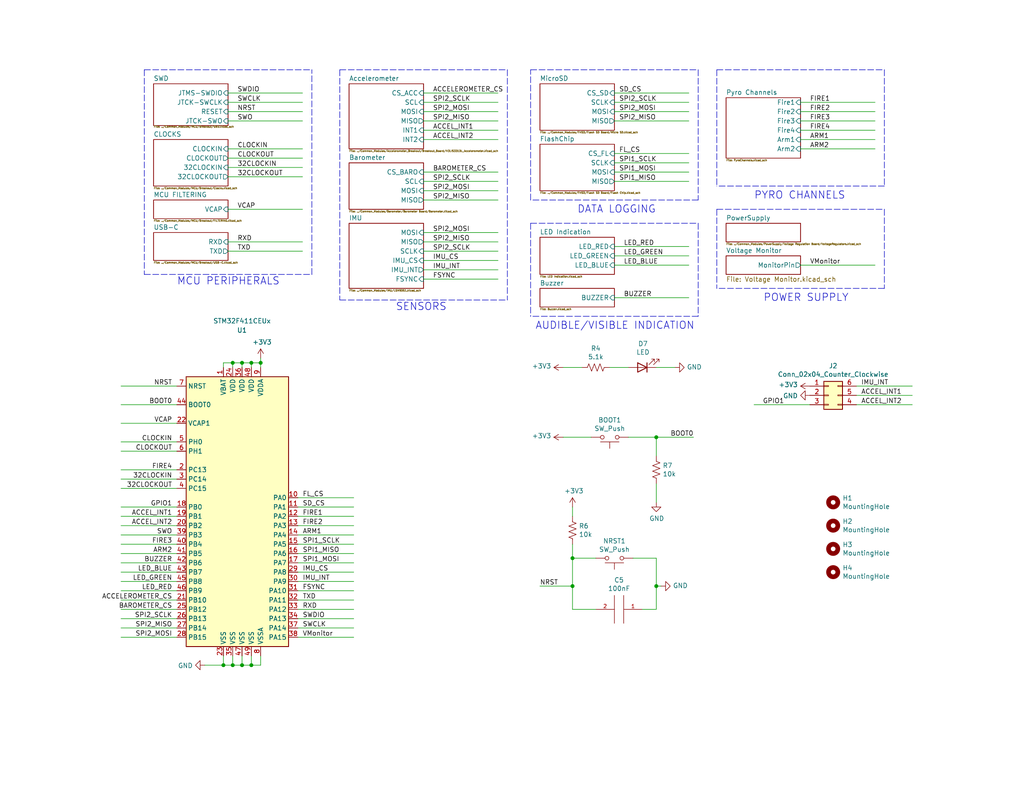
<source format=kicad_sch>
(kicad_sch (version 20211123) (generator eeschema)

  (uuid f66398f1-1ae7-4d4d-939f-958c174c6bce)

  (paper "USLetter")

  (lib_symbols
    (symbol "Connector_Generic:Conn_02x03_Counter_Clockwise" (pin_names (offset 1.016) hide) (in_bom yes) (on_board yes)
      (property "Reference" "J" (id 0) (at 1.27 5.08 0)
        (effects (font (size 1.27 1.27)))
      )
      (property "Value" "Connector_Generic_Conn_02x03_Counter_Clockwise" (id 1) (at 1.27 -5.08 0)
        (effects (font (size 1.27 1.27)))
      )
      (property "Footprint" "" (id 2) (at 0 0 0)
        (effects (font (size 1.27 1.27)) hide)
      )
      (property "Datasheet" "" (id 3) (at 0 0 0)
        (effects (font (size 1.27 1.27)) hide)
      )
      (property "ki_fp_filters" "Connector*:*_2x??_*" (id 4) (at 0 0 0)
        (effects (font (size 1.27 1.27)) hide)
      )
      (symbol "Conn_02x03_Counter_Clockwise_1_1"
        (rectangle (start -1.27 -2.413) (end 0 -2.667)
          (stroke (width 0.1524) (type default) (color 0 0 0 0))
          (fill (type none))
        )
        (rectangle (start -1.27 0.127) (end 0 -0.127)
          (stroke (width 0.1524) (type default) (color 0 0 0 0))
          (fill (type none))
        )
        (rectangle (start -1.27 2.667) (end 0 2.413)
          (stroke (width 0.1524) (type default) (color 0 0 0 0))
          (fill (type none))
        )
        (rectangle (start -1.27 3.81) (end 3.81 -3.81)
          (stroke (width 0.254) (type default) (color 0 0 0 0))
          (fill (type background))
        )
        (rectangle (start 3.81 -2.413) (end 2.54 -2.667)
          (stroke (width 0.1524) (type default) (color 0 0 0 0))
          (fill (type none))
        )
        (rectangle (start 3.81 0.127) (end 2.54 -0.127)
          (stroke (width 0.1524) (type default) (color 0 0 0 0))
          (fill (type none))
        )
        (rectangle (start 3.81 2.667) (end 2.54 2.413)
          (stroke (width 0.1524) (type default) (color 0 0 0 0))
          (fill (type none))
        )
        (pin passive line (at -5.08 2.54 0) (length 3.81)
          (name "Pin_1" (effects (font (size 1.27 1.27))))
          (number "1" (effects (font (size 1.27 1.27))))
        )
        (pin passive line (at -5.08 0 0) (length 3.81)
          (name "Pin_2" (effects (font (size 1.27 1.27))))
          (number "2" (effects (font (size 1.27 1.27))))
        )
        (pin passive line (at -5.08 -2.54 0) (length 3.81)
          (name "Pin_3" (effects (font (size 1.27 1.27))))
          (number "3" (effects (font (size 1.27 1.27))))
        )
        (pin passive line (at 7.62 -2.54 180) (length 3.81)
          (name "Pin_4" (effects (font (size 1.27 1.27))))
          (number "4" (effects (font (size 1.27 1.27))))
        )
        (pin passive line (at 7.62 0 180) (length 3.81)
          (name "Pin_5" (effects (font (size 1.27 1.27))))
          (number "5" (effects (font (size 1.27 1.27))))
        )
        (pin passive line (at 7.62 2.54 180) (length 3.81)
          (name "Pin_6" (effects (font (size 1.27 1.27))))
          (number "6" (effects (font (size 1.27 1.27))))
        )
      )
    )
    (symbol "Device:LED" (pin_numbers hide) (pin_names (offset 1.016) hide) (in_bom yes) (on_board yes)
      (property "Reference" "D" (id 0) (at 0 2.54 0)
        (effects (font (size 1.27 1.27)))
      )
      (property "Value" "Device_LED" (id 1) (at 0 -2.54 0)
        (effects (font (size 1.27 1.27)))
      )
      (property "Footprint" "" (id 2) (at 0 0 0)
        (effects (font (size 1.27 1.27)) hide)
      )
      (property "Datasheet" "" (id 3) (at 0 0 0)
        (effects (font (size 1.27 1.27)) hide)
      )
      (property "ki_fp_filters" "LED* LED_SMD:* LED_THT:*" (id 4) (at 0 0 0)
        (effects (font (size 1.27 1.27)) hide)
      )
      (symbol "LED_0_1"
        (polyline
          (pts
            (xy -1.27 -1.27)
            (xy -1.27 1.27)
          )
          (stroke (width 0.254) (type default) (color 0 0 0 0))
          (fill (type none))
        )
        (polyline
          (pts
            (xy -1.27 0)
            (xy 1.27 0)
          )
          (stroke (width 0) (type default) (color 0 0 0 0))
          (fill (type none))
        )
        (polyline
          (pts
            (xy 1.27 -1.27)
            (xy 1.27 1.27)
            (xy -1.27 0)
            (xy 1.27 -1.27)
          )
          (stroke (width 0.254) (type default) (color 0 0 0 0))
          (fill (type none))
        )
        (polyline
          (pts
            (xy -3.048 -0.762)
            (xy -4.572 -2.286)
            (xy -3.81 -2.286)
            (xy -4.572 -2.286)
            (xy -4.572 -1.524)
          )
          (stroke (width 0) (type default) (color 0 0 0 0))
          (fill (type none))
        )
        (polyline
          (pts
            (xy -1.778 -0.762)
            (xy -3.302 -2.286)
            (xy -2.54 -2.286)
            (xy -3.302 -2.286)
            (xy -3.302 -1.524)
          )
          (stroke (width 0) (type default) (color 0 0 0 0))
          (fill (type none))
        )
      )
      (symbol "LED_1_1"
        (pin passive line (at -3.81 0 0) (length 2.54)
          (name "K" (effects (font (size 1.27 1.27))))
          (number "1" (effects (font (size 1.27 1.27))))
        )
        (pin passive line (at 3.81 0 180) (length 2.54)
          (name "A" (effects (font (size 1.27 1.27))))
          (number "2" (effects (font (size 1.27 1.27))))
        )
      )
    )
    (symbol "Device:R_US" (pin_numbers hide) (pin_names (offset 0)) (in_bom yes) (on_board yes)
      (property "Reference" "R" (id 0) (at 2.54 0 90)
        (effects (font (size 1.27 1.27)))
      )
      (property "Value" "Device_R_US" (id 1) (at -2.54 0 90)
        (effects (font (size 1.27 1.27)))
      )
      (property "Footprint" "" (id 2) (at 1.016 -0.254 90)
        (effects (font (size 1.27 1.27)) hide)
      )
      (property "Datasheet" "" (id 3) (at 0 0 0)
        (effects (font (size 1.27 1.27)) hide)
      )
      (property "ki_fp_filters" "R_*" (id 4) (at 0 0 0)
        (effects (font (size 1.27 1.27)) hide)
      )
      (symbol "R_US_0_1"
        (polyline
          (pts
            (xy 0 -2.286)
            (xy 0 -2.54)
          )
          (stroke (width 0) (type default) (color 0 0 0 0))
          (fill (type none))
        )
        (polyline
          (pts
            (xy 0 2.286)
            (xy 0 2.54)
          )
          (stroke (width 0) (type default) (color 0 0 0 0))
          (fill (type none))
        )
        (polyline
          (pts
            (xy 0 -0.762)
            (xy 1.016 -1.143)
            (xy 0 -1.524)
            (xy -1.016 -1.905)
            (xy 0 -2.286)
          )
          (stroke (width 0) (type default) (color 0 0 0 0))
          (fill (type none))
        )
        (polyline
          (pts
            (xy 0 0.762)
            (xy 1.016 0.381)
            (xy 0 0)
            (xy -1.016 -0.381)
            (xy 0 -0.762)
          )
          (stroke (width 0) (type default) (color 0 0 0 0))
          (fill (type none))
        )
        (polyline
          (pts
            (xy 0 2.286)
            (xy 1.016 1.905)
            (xy 0 1.524)
            (xy -1.016 1.143)
            (xy 0 0.762)
          )
          (stroke (width 0) (type default) (color 0 0 0 0))
          (fill (type none))
        )
      )
      (symbol "R_US_1_1"
        (pin passive line (at 0 3.81 270) (length 1.27)
          (name "~" (effects (font (size 1.27 1.27))))
          (number "1" (effects (font (size 1.27 1.27))))
        )
        (pin passive line (at 0 -3.81 90) (length 1.27)
          (name "~" (effects (font (size 1.27 1.27))))
          (number "2" (effects (font (size 1.27 1.27))))
        )
      )
    )
    (symbol "MCU_ST_STM32F4:STM32F411CEUx" (in_bom yes) (on_board yes)
      (property "Reference" "U" (id 0) (at -15.24 36.83 0)
        (effects (font (size 1.27 1.27)) (justify left))
      )
      (property "Value" "MCU_ST_STM32F4_STM32F411CEUx" (id 1) (at 7.62 36.83 0)
        (effects (font (size 1.27 1.27)) (justify left))
      )
      (property "Footprint" "Package_DFN_QFN:QFN-48-1EP_7x7mm_P0.5mm_EP5.6x5.6mm" (id 2) (at -15.24 -38.1 0)
        (effects (font (size 1.27 1.27)) (justify right) hide)
      )
      (property "Datasheet" "" (id 3) (at 0 0 0)
        (effects (font (size 1.27 1.27)) hide)
      )
      (property "ki_fp_filters" "QFN*1EP*7x7mm*P0.5mm*" (id 4) (at 0 0 0)
        (effects (font (size 1.27 1.27)) hide)
      )
      (symbol "STM32F411CEUx_0_1"
        (rectangle (start -15.24 -38.1) (end 12.7 35.56)
          (stroke (width 0.254) (type default) (color 0 0 0 0))
          (fill (type background))
        )
      )
      (symbol "STM32F411CEUx_1_1"
        (pin power_in line (at -5.08 38.1 270) (length 2.54)
          (name "VBAT" (effects (font (size 1.27 1.27))))
          (number "1" (effects (font (size 1.27 1.27))))
        )
        (pin bidirectional line (at 15.24 2.54 180) (length 2.54)
          (name "PA0" (effects (font (size 1.27 1.27))))
          (number "10" (effects (font (size 1.27 1.27))))
        )
        (pin bidirectional line (at 15.24 0 180) (length 2.54)
          (name "PA1" (effects (font (size 1.27 1.27))))
          (number "11" (effects (font (size 1.27 1.27))))
        )
        (pin bidirectional line (at 15.24 -2.54 180) (length 2.54)
          (name "PA2" (effects (font (size 1.27 1.27))))
          (number "12" (effects (font (size 1.27 1.27))))
        )
        (pin bidirectional line (at 15.24 -5.08 180) (length 2.54)
          (name "PA3" (effects (font (size 1.27 1.27))))
          (number "13" (effects (font (size 1.27 1.27))))
        )
        (pin bidirectional line (at 15.24 -7.62 180) (length 2.54)
          (name "PA4" (effects (font (size 1.27 1.27))))
          (number "14" (effects (font (size 1.27 1.27))))
        )
        (pin bidirectional line (at 15.24 -10.16 180) (length 2.54)
          (name "PA5" (effects (font (size 1.27 1.27))))
          (number "15" (effects (font (size 1.27 1.27))))
        )
        (pin bidirectional line (at 15.24 -12.7 180) (length 2.54)
          (name "PA6" (effects (font (size 1.27 1.27))))
          (number "16" (effects (font (size 1.27 1.27))))
        )
        (pin bidirectional line (at 15.24 -15.24 180) (length 2.54)
          (name "PA7" (effects (font (size 1.27 1.27))))
          (number "17" (effects (font (size 1.27 1.27))))
        )
        (pin bidirectional line (at -17.78 0 0) (length 2.54)
          (name "PB0" (effects (font (size 1.27 1.27))))
          (number "18" (effects (font (size 1.27 1.27))))
        )
        (pin bidirectional line (at -17.78 -2.54 0) (length 2.54)
          (name "PB1" (effects (font (size 1.27 1.27))))
          (number "19" (effects (font (size 1.27 1.27))))
        )
        (pin bidirectional line (at -17.78 10.16 0) (length 2.54)
          (name "PC13" (effects (font (size 1.27 1.27))))
          (number "2" (effects (font (size 1.27 1.27))))
        )
        (pin bidirectional line (at -17.78 -5.08 0) (length 2.54)
          (name "PB2" (effects (font (size 1.27 1.27))))
          (number "20" (effects (font (size 1.27 1.27))))
        )
        (pin bidirectional line (at -17.78 -25.4 0) (length 2.54)
          (name "PB10" (effects (font (size 1.27 1.27))))
          (number "21" (effects (font (size 1.27 1.27))))
        )
        (pin power_in line (at -17.78 22.86 0) (length 2.54)
          (name "VCAP1" (effects (font (size 1.27 1.27))))
          (number "22" (effects (font (size 1.27 1.27))))
        )
        (pin power_in line (at -5.08 -40.64 90) (length 2.54)
          (name "VSS" (effects (font (size 1.27 1.27))))
          (number "23" (effects (font (size 1.27 1.27))))
        )
        (pin power_in line (at -2.54 38.1 270) (length 2.54)
          (name "VDD" (effects (font (size 1.27 1.27))))
          (number "24" (effects (font (size 1.27 1.27))))
        )
        (pin bidirectional line (at -17.78 -27.94 0) (length 2.54)
          (name "PB12" (effects (font (size 1.27 1.27))))
          (number "25" (effects (font (size 1.27 1.27))))
        )
        (pin bidirectional line (at -17.78 -30.48 0) (length 2.54)
          (name "PB13" (effects (font (size 1.27 1.27))))
          (number "26" (effects (font (size 1.27 1.27))))
        )
        (pin bidirectional line (at -17.78 -33.02 0) (length 2.54)
          (name "PB14" (effects (font (size 1.27 1.27))))
          (number "27" (effects (font (size 1.27 1.27))))
        )
        (pin bidirectional line (at -17.78 -35.56 0) (length 2.54)
          (name "PB15" (effects (font (size 1.27 1.27))))
          (number "28" (effects (font (size 1.27 1.27))))
        )
        (pin bidirectional line (at 15.24 -17.78 180) (length 2.54)
          (name "PA8" (effects (font (size 1.27 1.27))))
          (number "29" (effects (font (size 1.27 1.27))))
        )
        (pin bidirectional line (at -17.78 7.62 0) (length 2.54)
          (name "PC14" (effects (font (size 1.27 1.27))))
          (number "3" (effects (font (size 1.27 1.27))))
        )
        (pin bidirectional line (at 15.24 -20.32 180) (length 2.54)
          (name "PA9" (effects (font (size 1.27 1.27))))
          (number "30" (effects (font (size 1.27 1.27))))
        )
        (pin bidirectional line (at 15.24 -22.86 180) (length 2.54)
          (name "PA10" (effects (font (size 1.27 1.27))))
          (number "31" (effects (font (size 1.27 1.27))))
        )
        (pin bidirectional line (at 15.24 -25.4 180) (length 2.54)
          (name "PA11" (effects (font (size 1.27 1.27))))
          (number "32" (effects (font (size 1.27 1.27))))
        )
        (pin bidirectional line (at 15.24 -27.94 180) (length 2.54)
          (name "PA12" (effects (font (size 1.27 1.27))))
          (number "33" (effects (font (size 1.27 1.27))))
        )
        (pin bidirectional line (at 15.24 -30.48 180) (length 2.54)
          (name "PA13" (effects (font (size 1.27 1.27))))
          (number "34" (effects (font (size 1.27 1.27))))
        )
        (pin power_in line (at -2.54 -40.64 90) (length 2.54)
          (name "VSS" (effects (font (size 1.27 1.27))))
          (number "35" (effects (font (size 1.27 1.27))))
        )
        (pin power_in line (at 0 38.1 270) (length 2.54)
          (name "VDD" (effects (font (size 1.27 1.27))))
          (number "36" (effects (font (size 1.27 1.27))))
        )
        (pin bidirectional line (at 15.24 -33.02 180) (length 2.54)
          (name "PA14" (effects (font (size 1.27 1.27))))
          (number "37" (effects (font (size 1.27 1.27))))
        )
        (pin bidirectional line (at 15.24 -35.56 180) (length 2.54)
          (name "PA15" (effects (font (size 1.27 1.27))))
          (number "38" (effects (font (size 1.27 1.27))))
        )
        (pin bidirectional line (at -17.78 -7.62 0) (length 2.54)
          (name "PB3" (effects (font (size 1.27 1.27))))
          (number "39" (effects (font (size 1.27 1.27))))
        )
        (pin bidirectional line (at -17.78 5.08 0) (length 2.54)
          (name "PC15" (effects (font (size 1.27 1.27))))
          (number "4" (effects (font (size 1.27 1.27))))
        )
        (pin bidirectional line (at -17.78 -10.16 0) (length 2.54)
          (name "PB4" (effects (font (size 1.27 1.27))))
          (number "40" (effects (font (size 1.27 1.27))))
        )
        (pin bidirectional line (at -17.78 -12.7 0) (length 2.54)
          (name "PB5" (effects (font (size 1.27 1.27))))
          (number "41" (effects (font (size 1.27 1.27))))
        )
        (pin bidirectional line (at -17.78 -15.24 0) (length 2.54)
          (name "PB6" (effects (font (size 1.27 1.27))))
          (number "42" (effects (font (size 1.27 1.27))))
        )
        (pin bidirectional line (at -17.78 -17.78 0) (length 2.54)
          (name "PB7" (effects (font (size 1.27 1.27))))
          (number "43" (effects (font (size 1.27 1.27))))
        )
        (pin input line (at -17.78 27.94 0) (length 2.54)
          (name "BOOT0" (effects (font (size 1.27 1.27))))
          (number "44" (effects (font (size 1.27 1.27))))
        )
        (pin bidirectional line (at -17.78 -20.32 0) (length 2.54)
          (name "PB8" (effects (font (size 1.27 1.27))))
          (number "45" (effects (font (size 1.27 1.27))))
        )
        (pin bidirectional line (at -17.78 -22.86 0) (length 2.54)
          (name "PB9" (effects (font (size 1.27 1.27))))
          (number "46" (effects (font (size 1.27 1.27))))
        )
        (pin power_in line (at 0 -40.64 90) (length 2.54)
          (name "VSS" (effects (font (size 1.27 1.27))))
          (number "47" (effects (font (size 1.27 1.27))))
        )
        (pin power_in line (at 2.54 38.1 270) (length 2.54)
          (name "VDD" (effects (font (size 1.27 1.27))))
          (number "48" (effects (font (size 1.27 1.27))))
        )
        (pin power_in line (at 2.54 -40.64 90) (length 2.54)
          (name "VSS" (effects (font (size 1.27 1.27))))
          (number "49" (effects (font (size 1.27 1.27))))
        )
        (pin input line (at -17.78 17.78 0) (length 2.54)
          (name "PH0" (effects (font (size 1.27 1.27))))
          (number "5" (effects (font (size 1.27 1.27))))
        )
        (pin input line (at -17.78 15.24 0) (length 2.54)
          (name "PH1" (effects (font (size 1.27 1.27))))
          (number "6" (effects (font (size 1.27 1.27))))
        )
        (pin input line (at -17.78 33.02 0) (length 2.54)
          (name "NRST" (effects (font (size 1.27 1.27))))
          (number "7" (effects (font (size 1.27 1.27))))
        )
        (pin power_in line (at 5.08 -40.64 90) (length 2.54)
          (name "VSSA" (effects (font (size 1.27 1.27))))
          (number "8" (effects (font (size 1.27 1.27))))
        )
        (pin power_in line (at 5.08 38.1 270) (length 2.54)
          (name "VDDA" (effects (font (size 1.27 1.27))))
          (number "9" (effects (font (size 1.27 1.27))))
        )
      )
    )
    (symbol "Mechanical:MountingHole" (pin_names (offset 1.016)) (in_bom yes) (on_board yes)
      (property "Reference" "H" (id 0) (at 0 5.08 0)
        (effects (font (size 1.27 1.27)))
      )
      (property "Value" "Mechanical_MountingHole" (id 1) (at 0 3.175 0)
        (effects (font (size 1.27 1.27)))
      )
      (property "Footprint" "" (id 2) (at 0 0 0)
        (effects (font (size 1.27 1.27)) hide)
      )
      (property "Datasheet" "" (id 3) (at 0 0 0)
        (effects (font (size 1.27 1.27)) hide)
      )
      (property "ki_fp_filters" "MountingHole*" (id 4) (at 0 0 0)
        (effects (font (size 1.27 1.27)) hide)
      )
      (symbol "MountingHole_0_1"
        (circle (center 0 0) (radius 1.27)
          (stroke (width 1.27) (type default) (color 0 0 0 0))
          (fill (type none))
        )
      )
    )
    (symbol "Switch:SW_Push" (pin_numbers hide) (pin_names (offset 1.016) hide) (in_bom yes) (on_board yes)
      (property "Reference" "SW" (id 0) (at 1.27 2.54 0)
        (effects (font (size 1.27 1.27)) (justify left))
      )
      (property "Value" "Switch_SW_Push" (id 1) (at 0 -1.524 0)
        (effects (font (size 1.27 1.27)))
      )
      (property "Footprint" "" (id 2) (at 0 5.08 0)
        (effects (font (size 1.27 1.27)) hide)
      )
      (property "Datasheet" "" (id 3) (at 0 5.08 0)
        (effects (font (size 1.27 1.27)) hide)
      )
      (symbol "SW_Push_0_1"
        (circle (center -2.032 0) (radius 0.508)
          (stroke (width 0) (type default) (color 0 0 0 0))
          (fill (type none))
        )
        (polyline
          (pts
            (xy 0 1.27)
            (xy 0 3.048)
          )
          (stroke (width 0) (type default) (color 0 0 0 0))
          (fill (type none))
        )
        (polyline
          (pts
            (xy 2.54 1.27)
            (xy -2.54 1.27)
          )
          (stroke (width 0) (type default) (color 0 0 0 0))
          (fill (type none))
        )
        (circle (center 2.032 0) (radius 0.508)
          (stroke (width 0) (type default) (color 0 0 0 0))
          (fill (type none))
        )
        (pin passive line (at -5.08 0 0) (length 2.54)
          (name "1" (effects (font (size 1.27 1.27))))
          (number "1" (effects (font (size 1.27 1.27))))
        )
        (pin passive line (at 5.08 0 180) (length 2.54)
          (name "2" (effects (font (size 1.27 1.27))))
          (number "2" (effects (font (size 1.27 1.27))))
        )
      )
    )
    (symbol "power:+3.3V" (power) (pin_names (offset 0)) (in_bom yes) (on_board yes)
      (property "Reference" "#PWR" (id 0) (at 0 -3.81 0)
        (effects (font (size 1.27 1.27)) hide)
      )
      (property "Value" "power_+3.3V" (id 1) (at 0 3.556 0)
        (effects (font (size 1.27 1.27)))
      )
      (property "Footprint" "" (id 2) (at 0 0 0)
        (effects (font (size 1.27 1.27)) hide)
      )
      (property "Datasheet" "" (id 3) (at 0 0 0)
        (effects (font (size 1.27 1.27)) hide)
      )
      (symbol "+3.3V_0_1"
        (polyline
          (pts
            (xy -0.762 1.27)
            (xy 0 2.54)
          )
          (stroke (width 0) (type default) (color 0 0 0 0))
          (fill (type none))
        )
        (polyline
          (pts
            (xy 0 0)
            (xy 0 2.54)
          )
          (stroke (width 0) (type default) (color 0 0 0 0))
          (fill (type none))
        )
        (polyline
          (pts
            (xy 0 2.54)
            (xy 0.762 1.27)
          )
          (stroke (width 0) (type default) (color 0 0 0 0))
          (fill (type none))
        )
      )
      (symbol "+3.3V_1_1"
        (pin power_in line (at 0 0 90) (length 0) hide
          (name "+3V3" (effects (font (size 1.27 1.27))))
          (number "1" (effects (font (size 1.27 1.27))))
        )
      )
    )
    (symbol "power:+3V3" (power) (pin_names (offset 0)) (in_bom yes) (on_board yes)
      (property "Reference" "#PWR" (id 0) (at 0 -3.81 0)
        (effects (font (size 1.27 1.27)) hide)
      )
      (property "Value" "power_+3V3" (id 1) (at 0 3.556 0)
        (effects (font (size 1.27 1.27)))
      )
      (property "Footprint" "" (id 2) (at 0 0 0)
        (effects (font (size 1.27 1.27)) hide)
      )
      (property "Datasheet" "" (id 3) (at 0 0 0)
        (effects (font (size 1.27 1.27)) hide)
      )
      (symbol "+3V3_0_1"
        (polyline
          (pts
            (xy -0.762 1.27)
            (xy 0 2.54)
          )
          (stroke (width 0) (type default) (color 0 0 0 0))
          (fill (type none))
        )
        (polyline
          (pts
            (xy 0 0)
            (xy 0 2.54)
          )
          (stroke (width 0) (type default) (color 0 0 0 0))
          (fill (type none))
        )
        (polyline
          (pts
            (xy 0 2.54)
            (xy 0.762 1.27)
          )
          (stroke (width 0) (type default) (color 0 0 0 0))
          (fill (type none))
        )
      )
      (symbol "+3V3_1_1"
        (pin power_in line (at 0 0 90) (length 0) hide
          (name "+3V3" (effects (font (size 1.27 1.27))))
          (number "1" (effects (font (size 1.27 1.27))))
        )
      )
    )
    (symbol "power:GND" (power) (pin_names (offset 0)) (in_bom yes) (on_board yes)
      (property "Reference" "#PWR" (id 0) (at 0 -6.35 0)
        (effects (font (size 1.27 1.27)) hide)
      )
      (property "Value" "power_GND" (id 1) (at 0 -3.81 0)
        (effects (font (size 1.27 1.27)))
      )
      (property "Footprint" "" (id 2) (at 0 0 0)
        (effects (font (size 1.27 1.27)) hide)
      )
      (property "Datasheet" "" (id 3) (at 0 0 0)
        (effects (font (size 1.27 1.27)) hide)
      )
      (symbol "GND_0_1"
        (polyline
          (pts
            (xy 0 0)
            (xy 0 -1.27)
            (xy 1.27 -1.27)
            (xy 0 -2.54)
            (xy -1.27 -1.27)
            (xy 0 -1.27)
          )
          (stroke (width 0) (type default) (color 0 0 0 0))
          (fill (type none))
        )
      )
      (symbol "GND_1_1"
        (pin power_in line (at 0 0 270) (length 0) hide
          (name "GND" (effects (font (size 1.27 1.27))))
          (number "1" (effects (font (size 1.27 1.27))))
        )
      )
    )
    (symbol "pspice:CAP" (pin_names (offset 0.254)) (in_bom yes) (on_board yes)
      (property "Reference" "C" (id 0) (at 2.54 3.81 90)
        (effects (font (size 1.27 1.27)))
      )
      (property "Value" "pspice_CAP" (id 1) (at 2.54 -3.81 90)
        (effects (font (size 1.27 1.27)))
      )
      (property "Footprint" "" (id 2) (at 0 0 0)
        (effects (font (size 1.27 1.27)) hide)
      )
      (property "Datasheet" "" (id 3) (at 0 0 0)
        (effects (font (size 1.27 1.27)) hide)
      )
      (symbol "CAP_0_1"
        (polyline
          (pts
            (xy -3.81 -1.27)
            (xy 3.81 -1.27)
          )
          (stroke (width 0) (type default) (color 0 0 0 0))
          (fill (type none))
        )
        (polyline
          (pts
            (xy -3.81 1.27)
            (xy 3.81 1.27)
          )
          (stroke (width 0) (type default) (color 0 0 0 0))
          (fill (type none))
        )
      )
      (symbol "CAP_1_1"
        (pin passive line (at 0 6.35 270) (length 5.08)
          (name "~" (effects (font (size 1.016 1.016))))
          (number "1" (effects (font (size 1.016 1.016))))
        )
        (pin passive line (at 0 -6.35 90) (length 5.08)
          (name "~" (effects (font (size 1.016 1.016))))
          (number "2" (effects (font (size 1.016 1.016))))
        )
      )
    )
  )


  (junction (at 66.04 99.06) (diameter 0) (color 0 0 0 0)
    (uuid 1e48966e-d29d-4521-8939-ec8ac570431d)
  )
  (junction (at 68.58 99.06) (diameter 0) (color 0 0 0 0)
    (uuid 25bc3602-3fb4-4a04-94e3-21ba22562c24)
  )
  (junction (at 179.07 119.38) (diameter 0) (color 0 0 0 0)
    (uuid 3a70978e-dcc2-4620-a99c-514362812927)
  )
  (junction (at 63.5 181.61) (diameter 0) (color 0 0 0 0)
    (uuid 44646447-0a8e-4aec-a74e-22bf765d0f33)
  )
  (junction (at 63.5 99.06) (diameter 0) (color 0 0 0 0)
    (uuid 5f31b97b-d794-46d6-bbd9-7a5638bcf704)
  )
  (junction (at 156.21 160.02) (diameter 0) (color 0 0 0 0)
    (uuid 633292d3-80c5-4986-be82-ce926e9f09f4)
  )
  (junction (at 66.04 181.61) (diameter 0) (color 0 0 0 0)
    (uuid 63c56ea4-91a3-4172-b9de-a4388cc8f894)
  )
  (junction (at 156.21 152.4) (diameter 0) (color 0 0 0 0)
    (uuid 7744b6ee-910d-401d-b730-65c35d3d8092)
  )
  (junction (at 71.12 99.06) (diameter 0) (color 0 0 0 0)
    (uuid 7760a75a-d74b-4185-b34e-cbc7b2c339b6)
  )
  (junction (at 60.96 181.61) (diameter 0) (color 0 0 0 0)
    (uuid 955cc99e-a129-42cf-abc7-aa99813fdb5f)
  )
  (junction (at 68.58 181.61) (diameter 0) (color 0 0 0 0)
    (uuid b78cb2c1-ae4b-4d9b-acd8-d7fe342342f2)
  )
  (junction (at 179.07 160.02) (diameter 0) (color 0 0 0 0)
    (uuid e5e5220d-5b7e-47da-a902-b997ec8d4d58)
  )

  (wire (pts (xy 62.23 68.58) (xy 82.55 68.58))
    (stroke (width 0) (type default) (color 0 0 0 0))
    (uuid 00e38d63-5436-49db-81f5-697421f168fc)
  )
  (wire (pts (xy 156.21 166.37) (xy 162.56 166.37))
    (stroke (width 0) (type default) (color 0 0 0 0))
    (uuid 014d13cd-26ad-4d0e-86ad-a43b541cab14)
  )
  (wire (pts (xy 71.12 181.61) (xy 71.12 179.07))
    (stroke (width 0) (type default) (color 0 0 0 0))
    (uuid 03f57fb4-32a3-4bc6-85b9-fd8ece4a9592)
  )
  (wire (pts (xy 71.12 100.33) (xy 71.12 99.06))
    (stroke (width 0) (type default) (color 0 0 0 0))
    (uuid 07d160b6-23e1-4aa0-95cb-440482e6fc15)
  )
  (wire (pts (xy 179.07 160.02) (xy 179.07 166.37))
    (stroke (width 0) (type default) (color 0 0 0 0))
    (uuid 0cbeb329-a88d-4a47-a5c2-a1d693de2f8c)
  )
  (wire (pts (xy 33.02 146.05) (xy 48.26 146.05))
    (stroke (width 0) (type default) (color 0 0 0 0))
    (uuid 0cc9bf07-55b9-458f-b8aa-41b2f51fa940)
  )
  (wire (pts (xy 48.26 168.91) (xy 33.02 168.91))
    (stroke (width 0) (type default) (color 0 0 0 0))
    (uuid 0ceb97d6-1b0f-4b71-921e-b0955c30c998)
  )
  (wire (pts (xy 48.26 130.81) (xy 33.02 130.81))
    (stroke (width 0) (type default) (color 0 0 0 0))
    (uuid 0fafc6b9-fd35-4a55-9270-7a8e7ce3cb13)
  )
  (wire (pts (xy 220.98 110.49) (xy 205.74 110.49))
    (stroke (width 0) (type default) (color 0 0 0 0))
    (uuid 10d8ad0e-6a08-4053-92aa-23a15910fd21)
  )
  (wire (pts (xy 62.23 48.26) (xy 82.55 48.26))
    (stroke (width 0) (type default) (color 0 0 0 0))
    (uuid 1199146e-a60b-416a-b503-e77d6d2892f9)
  )
  (wire (pts (xy 48.26 171.45) (xy 33.02 171.45))
    (stroke (width 0) (type default) (color 0 0 0 0))
    (uuid 1241b7f2-e266-4f5c-8a97-9f0f9d0eef37)
  )
  (wire (pts (xy 48.26 115.57) (xy 33.02 115.57))
    (stroke (width 0) (type default) (color 0 0 0 0))
    (uuid 12a24e86-2c38-4685-bba9-fff8dddb4cb0)
  )
  (wire (pts (xy 167.64 81.28) (xy 187.96 81.28))
    (stroke (width 0) (type default) (color 0 0 0 0))
    (uuid 18d11f32-e1a6-4f29-8e3c-0bfeb07299bd)
  )
  (wire (pts (xy 33.02 153.67) (xy 48.26 153.67))
    (stroke (width 0) (type default) (color 0 0 0 0))
    (uuid 1b023dd4-5185-4576-b544-68a05b9c360b)
  )
  (wire (pts (xy 115.57 38.1) (xy 135.89 38.1))
    (stroke (width 0) (type default) (color 0 0 0 0))
    (uuid 1c9f6fea-1796-4a2d-80b3-ae22ce51c8f5)
  )
  (polyline (pts (xy 241.3 78.74) (xy 195.58 78.74))
    (stroke (width 0) (type default) (color 0 0 0 0))
    (uuid 1f9ae101-c652-4998-a503-17aedf3d5746)
  )

  (wire (pts (xy 171.45 119.38) (xy 179.07 119.38))
    (stroke (width 0) (type default) (color 0 0 0 0))
    (uuid 20caf6d2-76a7-497e-ac56-f6d31eb9027b)
  )
  (wire (pts (xy 66.04 99.06) (xy 66.04 100.33))
    (stroke (width 0) (type default) (color 0 0 0 0))
    (uuid 24b72b0d-63b8-4e06-89d0-e94dcf39a600)
  )
  (wire (pts (xy 60.96 181.61) (xy 55.88 181.61))
    (stroke (width 0) (type default) (color 0 0 0 0))
    (uuid 2878a73c-5447-4cd9-8194-14f52ab9459c)
  )
  (polyline (pts (xy 241.3 19.05) (xy 241.3 50.8))
    (stroke (width 0) (type default) (color 0 0 0 0))
    (uuid 2b5a9ad3-7ec4-447d-916c-47adf5f9674f)
  )

  (wire (pts (xy 62.23 33.02) (xy 82.55 33.02))
    (stroke (width 0) (type default) (color 0 0 0 0))
    (uuid 2bf19984-2770-4ef2-8fd4-6cd2a940c90a)
  )
  (wire (pts (xy 166.37 100.33) (xy 171.45 100.33))
    (stroke (width 0) (type default) (color 0 0 0 0))
    (uuid 2e0a9f64-1b78-4597-8d50-d12d2268a95a)
  )
  (wire (pts (xy 179.07 119.38) (xy 179.07 124.46))
    (stroke (width 0) (type default) (color 0 0 0 0))
    (uuid 2f291a4b-4ecb-4692-9ad2-324f9784c0d4)
  )
  (polyline (pts (xy 144.78 60.96) (xy 190.5 60.96))
    (stroke (width 0) (type default) (color 0 0 0 0))
    (uuid 30317bf0-88bb-49e7-bf8b-9f3883982225)
  )

  (wire (pts (xy 96.52 171.45) (xy 81.28 171.45))
    (stroke (width 0) (type default) (color 0 0 0 0))
    (uuid 35ef9c4a-35f6-467b-a704-b1d9354880cf)
  )
  (wire (pts (xy 81.28 140.97) (xy 96.52 140.97))
    (stroke (width 0) (type default) (color 0 0 0 0))
    (uuid 386ad9e3-71fa-420f-8722-88548b024fc5)
  )
  (wire (pts (xy 68.58 181.61) (xy 68.58 179.07))
    (stroke (width 0) (type default) (color 0 0 0 0))
    (uuid 3b686d17-1000-4762-ba31-589d599a3edf)
  )
  (wire (pts (xy 48.26 120.65) (xy 33.02 120.65))
    (stroke (width 0) (type default) (color 0 0 0 0))
    (uuid 3e0392c0-affc-4114-9de5-1f1cfe79418a)
  )
  (polyline (pts (xy 39.37 74.93) (xy 85.09 74.93))
    (stroke (width 0) (type default) (color 0 0 0 0))
    (uuid 3e915099-a18e-49f4-89bb-abe64c2dade5)
  )

  (wire (pts (xy 96.52 173.99) (xy 81.28 173.99))
    (stroke (width 0) (type default) (color 0 0 0 0))
    (uuid 3efa2ece-8f3f-4a8c-96e9-6ab3ec6f1f70)
  )
  (wire (pts (xy 167.64 69.85) (xy 187.96 69.85))
    (stroke (width 0) (type default) (color 0 0 0 0))
    (uuid 3f43d730-2a73-49fe-9672-32428e7f5b49)
  )
  (wire (pts (xy 81.28 153.67) (xy 96.52 153.67))
    (stroke (width 0) (type default) (color 0 0 0 0))
    (uuid 422b10b9-e829-44a2-8808-05edd8cb3050)
  )
  (wire (pts (xy 135.89 30.48) (xy 115.57 30.48))
    (stroke (width 0) (type default) (color 0 0 0 0))
    (uuid 42ff012d-5eb7-42b9-bb45-415cf26799c6)
  )
  (wire (pts (xy 81.28 146.05) (xy 96.52 146.05))
    (stroke (width 0) (type default) (color 0 0 0 0))
    (uuid 430d6d73-9de6-41ca-b788-178d709f4aae)
  )
  (wire (pts (xy 63.5 99.06) (xy 66.04 99.06))
    (stroke (width 0) (type default) (color 0 0 0 0))
    (uuid 4431c0f6-83ea-4eee-95a8-991da2f03ccd)
  )
  (wire (pts (xy 248.92 107.95) (xy 233.68 107.95))
    (stroke (width 0) (type default) (color 0 0 0 0))
    (uuid 475ed8b3-90bf-48cd-bce5-d8f48b689541)
  )
  (wire (pts (xy 62.23 43.18) (xy 82.55 43.18))
    (stroke (width 0) (type default) (color 0 0 0 0))
    (uuid 479331ff-c540-41f4-84e6-b48d65171e59)
  )
  (polyline (pts (xy 144.78 54.61) (xy 144.78 19.05))
    (stroke (width 0) (type default) (color 0 0 0 0))
    (uuid 4a54c707-7b6f-4a3d-a74d-5e3526114aba)
  )

  (wire (pts (xy 68.58 99.06) (xy 71.12 99.06))
    (stroke (width 0) (type default) (color 0 0 0 0))
    (uuid 4aa97874-2fd2-414c-b381-9420384c2fd8)
  )
  (wire (pts (xy 187.96 49.53) (xy 167.64 49.53))
    (stroke (width 0) (type default) (color 0 0 0 0))
    (uuid 4b1fce17-dec7-457e-ba3b-a77604e77dc9)
  )
  (wire (pts (xy 187.96 25.4) (xy 167.64 25.4))
    (stroke (width 0) (type default) (color 0 0 0 0))
    (uuid 4e27930e-1827-4788-aa6b-487321d46602)
  )
  (wire (pts (xy 63.5 181.61) (xy 63.5 179.07))
    (stroke (width 0) (type default) (color 0 0 0 0))
    (uuid 5701b80f-f006-4814-81c9-0c7f006088a9)
  )
  (wire (pts (xy 96.52 135.89) (xy 81.28 135.89))
    (stroke (width 0) (type default) (color 0 0 0 0))
    (uuid 576f00e6-a1be-45d3-9b93-e26d9e0fe306)
  )
  (polyline (pts (xy 39.37 19.05) (xy 39.37 74.93))
    (stroke (width 0) (type default) (color 0 0 0 0))
    (uuid 5889287d-b845-4684-b23e-663811b25d27)
  )

  (wire (pts (xy 135.89 49.53) (xy 115.57 49.53))
    (stroke (width 0) (type default) (color 0 0 0 0))
    (uuid 593b8647-0095-46cc-ba23-3cf2a86edb5e)
  )
  (polyline (pts (xy 195.58 57.15) (xy 195.58 78.74))
    (stroke (width 0) (type default) (color 0 0 0 0))
    (uuid 5c30b9b4-3014-4f50-9329-27a539b67e01)
  )

  (wire (pts (xy 63.5 99.06) (xy 60.96 99.06))
    (stroke (width 0) (type default) (color 0 0 0 0))
    (uuid 5e7c3a32-8dda-4e6a-9838-c94d1f165575)
  )
  (wire (pts (xy 135.89 71.12) (xy 115.57 71.12))
    (stroke (width 0) (type default) (color 0 0 0 0))
    (uuid 5ff19d63-2cb4-438b-93c4-e66d37a05329)
  )
  (wire (pts (xy 187.96 27.94) (xy 167.64 27.94))
    (stroke (width 0) (type default) (color 0 0 0 0))
    (uuid 60aa0ce8-9d0e-48ca-bbf9-866403979e9b)
  )
  (wire (pts (xy 135.89 66.04) (xy 115.57 66.04))
    (stroke (width 0) (type default) (color 0 0 0 0))
    (uuid 616287d9-a51f-498c-8b91-be46a0aa3a7f)
  )
  (wire (pts (xy 62.23 27.94) (xy 82.55 27.94))
    (stroke (width 0) (type default) (color 0 0 0 0))
    (uuid 61fe4c73-be59-4519-98f1-a634322a841d)
  )
  (wire (pts (xy 179.07 119.38) (xy 189.23 119.38))
    (stroke (width 0) (type default) (color 0 0 0 0))
    (uuid 62a1f3d4-027d-4ecf-a37a-6fcf4263e9d2)
  )
  (wire (pts (xy 115.57 63.5) (xy 135.89 63.5))
    (stroke (width 0) (type default) (color 0 0 0 0))
    (uuid 637f12be-fa48-4ce4-96b2-04c21a8795c8)
  )
  (wire (pts (xy 48.26 123.19) (xy 33.02 123.19))
    (stroke (width 0) (type default) (color 0 0 0 0))
    (uuid 6513181c-0a6a-4560-9a18-17450c36ae2a)
  )
  (wire (pts (xy 48.26 133.35) (xy 33.02 133.35))
    (stroke (width 0) (type default) (color 0 0 0 0))
    (uuid 66218487-e316-4467-9eba-79d4626ab24e)
  )
  (wire (pts (xy 66.04 181.61) (xy 66.04 179.07))
    (stroke (width 0) (type default) (color 0 0 0 0))
    (uuid 66bc2bca-dab7-4947-a0ff-403cdaf9fb89)
  )
  (wire (pts (xy 71.12 99.06) (xy 71.12 97.79))
    (stroke (width 0) (type default) (color 0 0 0 0))
    (uuid 6ac3ab53-7523-4805-bfd2-5de19dff127e)
  )
  (wire (pts (xy 179.07 166.37) (xy 175.26 166.37))
    (stroke (width 0) (type default) (color 0 0 0 0))
    (uuid 6d0c9e39-9878-44c8-8283-9a59e45006fa)
  )
  (wire (pts (xy 153.67 100.33) (xy 158.75 100.33))
    (stroke (width 0) (type default) (color 0 0 0 0))
    (uuid 6f580eb1-88cc-489d-a7ca-9efa5e590715)
  )
  (wire (pts (xy 62.23 66.04) (xy 82.55 66.04))
    (stroke (width 0) (type default) (color 0 0 0 0))
    (uuid 70e4263f-d95a-4431-b3f3-cfc800c82056)
  )
  (wire (pts (xy 33.02 161.29) (xy 48.26 161.29))
    (stroke (width 0) (type default) (color 0 0 0 0))
    (uuid 718e5c6d-0e4c-46d8-a149-2f2bfc54c7f1)
  )
  (wire (pts (xy 48.26 151.13) (xy 33.02 151.13))
    (stroke (width 0) (type default) (color 0 0 0 0))
    (uuid 76afa8e0-9b3a-439d-843c-ad039d3b6354)
  )
  (wire (pts (xy 48.26 163.83) (xy 33.02 163.83))
    (stroke (width 0) (type default) (color 0 0 0 0))
    (uuid 775e8983-a723-43c5-bf00-61681f0840f3)
  )
  (wire (pts (xy 135.89 54.61) (xy 115.57 54.61))
    (stroke (width 0) (type default) (color 0 0 0 0))
    (uuid 7a74c4b1-6243-4a12-85a2-bc41d346e7aa)
  )
  (wire (pts (xy 179.07 152.4) (xy 179.07 160.02))
    (stroke (width 0) (type default) (color 0 0 0 0))
    (uuid 7c411b3e-aca2-424f-b644-2d21c9d80fa7)
  )
  (wire (pts (xy 48.26 173.99) (xy 33.02 173.99))
    (stroke (width 0) (type default) (color 0 0 0 0))
    (uuid 7d0dab95-9e7a-486e-a1d7-fc48860fd57d)
  )
  (wire (pts (xy 96.52 156.21) (xy 81.28 156.21))
    (stroke (width 0) (type default) (color 0 0 0 0))
    (uuid 7f9683c1-2203-43df-8fa1-719a0dc360df)
  )
  (wire (pts (xy 156.21 152.4) (xy 156.21 148.59))
    (stroke (width 0) (type default) (color 0 0 0 0))
    (uuid 83021f70-e61e-4ad3-bae7-b9f02b28be4f)
  )
  (wire (pts (xy 48.26 105.41) (xy 33.02 105.41))
    (stroke (width 0) (type default) (color 0 0 0 0))
    (uuid 844d7d7a-b386-45a8-aaf6-bf41bbcb43b5)
  )
  (wire (pts (xy 167.64 46.99) (xy 187.96 46.99))
    (stroke (width 0) (type default) (color 0 0 0 0))
    (uuid 869d6302-ae22-478f-9723-3feacbb12eef)
  )
  (wire (pts (xy 48.26 148.59) (xy 33.02 148.59))
    (stroke (width 0) (type default) (color 0 0 0 0))
    (uuid 87a1984f-543d-4f2e-ad8a-7a3a24ee6047)
  )
  (polyline (pts (xy 195.58 57.15) (xy 241.3 57.15))
    (stroke (width 0) (type default) (color 0 0 0 0))
    (uuid 88cb65f4-7e9e-44eb-8692-3b6e2e788a94)
  )

  (wire (pts (xy 135.89 73.66) (xy 115.57 73.66))
    (stroke (width 0) (type default) (color 0 0 0 0))
    (uuid 8bdea5f6-7a53-427a-92b8-fd15994c2e8c)
  )
  (wire (pts (xy 81.28 143.51) (xy 96.52 143.51))
    (stroke (width 0) (type default) (color 0 0 0 0))
    (uuid 8cb2cd3a-4ef9-4ae5-b6bc-2b1d16f657d6)
  )
  (wire (pts (xy 167.64 30.48) (xy 187.96 30.48))
    (stroke (width 0) (type default) (color 0 0 0 0))
    (uuid 8cd050d6-228c-4da0-9533-b4f8d14cfb34)
  )
  (wire (pts (xy 63.5 100.33) (xy 63.5 99.06))
    (stroke (width 0) (type default) (color 0 0 0 0))
    (uuid 90e761f6-1432-4f73-ad28-fa8869b7ec31)
  )
  (wire (pts (xy 33.02 156.21) (xy 48.26 156.21))
    (stroke (width 0) (type default) (color 0 0 0 0))
    (uuid 90f81af1-b6de-44aa-a46b-6504a157ce6c)
  )
  (wire (pts (xy 167.64 72.39) (xy 187.96 72.39))
    (stroke (width 0) (type default) (color 0 0 0 0))
    (uuid 9186dae5-6dc3-4744-9f90-e697559c6ac8)
  )
  (wire (pts (xy 68.58 181.61) (xy 66.04 181.61))
    (stroke (width 0) (type default) (color 0 0 0 0))
    (uuid 9286cf02-1563-41d2-9931-c192c33bab31)
  )
  (wire (pts (xy 218.44 40.64) (xy 238.76 40.64))
    (stroke (width 0) (type default) (color 0 0 0 0))
    (uuid 946404ba-9297-43ec-9d67-30184041145f)
  )
  (wire (pts (xy 48.26 138.43) (xy 33.02 138.43))
    (stroke (width 0) (type default) (color 0 0 0 0))
    (uuid 974c48bf-534e-4335-98e1-b0426c783e99)
  )
  (polyline (pts (xy 144.78 60.96) (xy 144.78 86.36))
    (stroke (width 0) (type default) (color 0 0 0 0))
    (uuid 98b00c9d-9188-4bce-aa70-92d12dd9cf82)
  )

  (wire (pts (xy 135.89 27.94) (xy 115.57 27.94))
    (stroke (width 0) (type default) (color 0 0 0 0))
    (uuid 9a2d648d-863a-4b7b-80f9-d537185c212b)
  )
  (wire (pts (xy 66.04 181.61) (xy 63.5 181.61))
    (stroke (width 0) (type default) (color 0 0 0 0))
    (uuid 9b6bb172-1ac4-440a-ac75-c1917d9d59c7)
  )
  (wire (pts (xy 180.34 160.02) (xy 179.07 160.02))
    (stroke (width 0) (type default) (color 0 0 0 0))
    (uuid 9c607e49-ee5c-4e85-a7da-6fede9912412)
  )
  (wire (pts (xy 33.02 158.75) (xy 48.26 158.75))
    (stroke (width 0) (type default) (color 0 0 0 0))
    (uuid 9e0e6fc0-a269-4822-b93d-4c5e6689ff11)
  )
  (wire (pts (xy 218.44 72.39) (xy 238.76 72.39))
    (stroke (width 0) (type default) (color 0 0 0 0))
    (uuid 9e813ec2-d4ce-4e2e-b379-c6fedb4c45db)
  )
  (wire (pts (xy 48.26 110.49) (xy 33.02 110.49))
    (stroke (width 0) (type default) (color 0 0 0 0))
    (uuid a07b6b2b-7179-4297-b163-5e47ffbe76d3)
  )
  (wire (pts (xy 48.26 166.37) (xy 33.02 166.37))
    (stroke (width 0) (type default) (color 0 0 0 0))
    (uuid a0e7a81b-2259-4f8d-8368-ba75f2004714)
  )
  (wire (pts (xy 167.64 67.31) (xy 187.96 67.31))
    (stroke (width 0) (type default) (color 0 0 0 0))
    (uuid a24ce0e2-fdd3-4e6a-b754-5dee9713dd27)
  )
  (wire (pts (xy 156.21 152.4) (xy 156.21 160.02))
    (stroke (width 0) (type default) (color 0 0 0 0))
    (uuid a25b7e01-1754-4cc9-8a14-3d9c461e5af5)
  )
  (wire (pts (xy 135.89 76.2) (xy 115.57 76.2))
    (stroke (width 0) (type default) (color 0 0 0 0))
    (uuid a599509f-fbb9-4db4-9adf-9e96bab1138d)
  )
  (wire (pts (xy 60.96 100.33) (xy 60.96 99.06))
    (stroke (width 0) (type default) (color 0 0 0 0))
    (uuid a62609cd-29b7-4918-b97d-7b2404ba61cf)
  )
  (wire (pts (xy 66.04 99.06) (xy 68.58 99.06))
    (stroke (width 0) (type default) (color 0 0 0 0))
    (uuid a6738794-75ae-48a6-8949-ed8717400d71)
  )
  (wire (pts (xy 96.52 163.83) (xy 81.28 163.83))
    (stroke (width 0) (type default) (color 0 0 0 0))
    (uuid a7f25f41-0b4c-4430-b6cd-b2160b2db099)
  )
  (wire (pts (xy 33.02 143.51) (xy 48.26 143.51))
    (stroke (width 0) (type default) (color 0 0 0 0))
    (uuid aa1c6f47-cbd4-4cbd-8265-e5ac08b7ffc8)
  )
  (wire (pts (xy 187.96 41.91) (xy 167.64 41.91))
    (stroke (width 0) (type default) (color 0 0 0 0))
    (uuid ae0e6b31-27d7-4383-a4fc-7557b0a19382)
  )
  (wire (pts (xy 62.23 40.64) (xy 82.55 40.64))
    (stroke (width 0) (type default) (color 0 0 0 0))
    (uuid b09666f9-12f1-4ee9-8877-2292c94258ca)
  )
  (polyline (pts (xy 92.71 19.05) (xy 92.71 81.915))
    (stroke (width 0) (type default) (color 0 0 0 0))
    (uuid b12e5309-5d01-40ef-a9c3-8453e00a555e)
  )
  (polyline (pts (xy 92.71 81.915) (xy 138.43 81.915))
    (stroke (width 0) (type default) (color 0 0 0 0))
    (uuid b287f145-851e-45cc-b200-e62677b551d5)
  )

  (wire (pts (xy 96.52 166.37) (xy 81.28 166.37))
    (stroke (width 0) (type default) (color 0 0 0 0))
    (uuid b8b961e9-8a60-45fc-999a-a7a3baff4e0d)
  )
  (wire (pts (xy 187.96 33.02) (xy 167.64 33.02))
    (stroke (width 0) (type default) (color 0 0 0 0))
    (uuid bde95c06-433a-4c03-bc48-e3abcdb4e054)
  )
  (wire (pts (xy 96.52 161.29) (xy 81.28 161.29))
    (stroke (width 0) (type default) (color 0 0 0 0))
    (uuid be2983fa-f06e-485e-bea1-3dd96b916ec5)
  )
  (polyline (pts (xy 85.09 74.93) (xy 85.09 19.05))
    (stroke (width 0) (type default) (color 0 0 0 0))
    (uuid be4b72db-0e02-4d9b-844a-aff689b4e648)
  )
  (polyline (pts (xy 138.43 19.05) (xy 138.43 81.915))
    (stroke (width 0) (type default) (color 0 0 0 0))
    (uuid be6b17f9-34f5-44e9-a4c7-725d2e274a9d)
  )

  (wire (pts (xy 218.44 38.1) (xy 238.76 38.1))
    (stroke (width 0) (type default) (color 0 0 0 0))
    (uuid c088f712-1abe-4cac-9a8b-d564931395aa)
  )
  (wire (pts (xy 62.23 57.15) (xy 82.55 57.15))
    (stroke (width 0) (type default) (color 0 0 0 0))
    (uuid c0c2eb8e-f6d1-4506-8e6b-4f995ad74c1f)
  )
  (wire (pts (xy 63.5 181.61) (xy 60.96 181.61))
    (stroke (width 0) (type default) (color 0 0 0 0))
    (uuid c25449d6-d734-4953-b762-98f82a830248)
  )
  (wire (pts (xy 135.89 25.4) (xy 115.57 25.4))
    (stroke (width 0) (type default) (color 0 0 0 0))
    (uuid c3b3d7f4-943f-4cff-b180-87ef3e1bcbff)
  )
  (wire (pts (xy 218.44 35.56) (xy 238.76 35.56))
    (stroke (width 0) (type default) (color 0 0 0 0))
    (uuid c8a44971-63c1-4a19-879d-b6647b2dc08d)
  )
  (polyline (pts (xy 190.5 86.36) (xy 144.78 86.36))
    (stroke (width 0) (type default) (color 0 0 0 0))
    (uuid cb721686-5255-4788-a3b0-ce4312e32eb7)
  )

  (wire (pts (xy 62.23 45.72) (xy 82.55 45.72))
    (stroke (width 0) (type default) (color 0 0 0 0))
    (uuid cc15f583-a41b-43af-ba94-a75455506a96)
  )
  (wire (pts (xy 162.56 152.4) (xy 156.21 152.4))
    (stroke (width 0) (type default) (color 0 0 0 0))
    (uuid cc75e5ae-3348-4e7a-bd16-4df685ee47bd)
  )
  (polyline (pts (xy 144.78 19.05) (xy 190.5 19.05))
    (stroke (width 0) (type default) (color 0 0 0 0))
    (uuid cebb9021-66d3-4116-98d4-5e6f3c1552be)
  )

  (wire (pts (xy 147.32 160.02) (xy 156.21 160.02))
    (stroke (width 0) (type default) (color 0 0 0 0))
    (uuid d0cd3439-276c-41ba-b38d-f84f6da38415)
  )
  (wire (pts (xy 48.26 128.27) (xy 33.02 128.27))
    (stroke (width 0) (type default) (color 0 0 0 0))
    (uuid d1a9be32-38ba-44e6-bc35-f031541ab1fe)
  )
  (polyline (pts (xy 92.71 19.05) (xy 138.43 19.05))
    (stroke (width 0) (type default) (color 0 0 0 0))
    (uuid d1eca865-05c5-48a4-96cf-ed5f8a640e25)
  )

  (wire (pts (xy 218.44 33.02) (xy 238.76 33.02))
    (stroke (width 0) (type default) (color 0 0 0 0))
    (uuid d3d57924-54a6-421d-a3a0-a044fc909e88)
  )
  (polyline (pts (xy 195.58 19.05) (xy 241.3 19.05))
    (stroke (width 0) (type default) (color 0 0 0 0))
    (uuid d4db7f11-8cfe-40d2-b021-b36f05241701)
  )

  (wire (pts (xy 187.96 44.45) (xy 167.64 44.45))
    (stroke (width 0) (type default) (color 0 0 0 0))
    (uuid d66d3c12-11ce-4566-9a45-962e329503d8)
  )
  (wire (pts (xy 184.15 100.33) (xy 179.07 100.33))
    (stroke (width 0) (type default) (color 0 0 0 0))
    (uuid d68e5ddb-039c-483f-88a3-1b0b7964b482)
  )
  (wire (pts (xy 68.58 99.06) (xy 68.58 100.33))
    (stroke (width 0) (type default) (color 0 0 0 0))
    (uuid d692b5e6-71b2-4fa6-bc83-618add8d8fef)
  )
  (wire (pts (xy 60.96 181.61) (xy 60.96 179.07))
    (stroke (width 0) (type default) (color 0 0 0 0))
    (uuid d7e4abd8-69f5-4706-b12e-898194e5bf56)
  )
  (polyline (pts (xy 190.5 54.61) (xy 144.78 54.61))
    (stroke (width 0) (type default) (color 0 0 0 0))
    (uuid da6f4122-0ecc-496f-b0fd-e4abef534976)
  )

  (wire (pts (xy 96.52 158.75) (xy 81.28 158.75))
    (stroke (width 0) (type default) (color 0 0 0 0))
    (uuid dc1d84c8-33da-4489-be8e-2a1de3001779)
  )
  (wire (pts (xy 156.21 160.02) (xy 156.21 166.37))
    (stroke (width 0) (type default) (color 0 0 0 0))
    (uuid dda1e6ca-91ec-4136-b90b-3c54d79454b9)
  )
  (wire (pts (xy 233.68 105.41) (xy 248.92 105.41))
    (stroke (width 0) (type default) (color 0 0 0 0))
    (uuid df2a6036-7274-4398-9365-148b6ddab90d)
  )
  (polyline (pts (xy 190.5 19.05) (xy 190.5 54.61))
    (stroke (width 0) (type default) (color 0 0 0 0))
    (uuid e1b88aa4-d887-4eea-83ff-5c009f4390c4)
  )

  (wire (pts (xy 96.52 148.59) (xy 81.28 148.59))
    (stroke (width 0) (type default) (color 0 0 0 0))
    (uuid e2b24e25-1a0d-434a-876b-c595b47d80d2)
  )
  (wire (pts (xy 62.23 30.48) (xy 82.55 30.48))
    (stroke (width 0) (type default) (color 0 0 0 0))
    (uuid e5864fe6-2a71-47f0-90ce-38c3f8901580)
  )
  (polyline (pts (xy 241.3 57.15) (xy 241.3 78.74))
    (stroke (width 0) (type default) (color 0 0 0 0))
    (uuid e5b328f6-dc69-4905-ae98-2dc3200a51d6)
  )

  (wire (pts (xy 218.44 27.94) (xy 238.76 27.94))
    (stroke (width 0) (type default) (color 0 0 0 0))
    (uuid ea6fde00-59dc-4a79-a647-7e38199fae0e)
  )
  (polyline (pts (xy 39.37 19.05) (xy 85.09 19.05))
    (stroke (width 0) (type default) (color 0 0 0 0))
    (uuid eab9c52c-3aa0-43a7-bc7f-7e234ff1e9f4)
  )

  (wire (pts (xy 135.89 52.07) (xy 115.57 52.07))
    (stroke (width 0) (type default) (color 0 0 0 0))
    (uuid ed8a7f02-cf05-41d0-97b4-4388ef205e73)
  )
  (polyline (pts (xy 195.58 19.05) (xy 195.58 50.8))
    (stroke (width 0) (type default) (color 0 0 0 0))
    (uuid f1782535-55f4-4299-bd4f-6f51b0b7259c)
  )

  (wire (pts (xy 81.28 138.43) (xy 96.52 138.43))
    (stroke (width 0) (type default) (color 0 0 0 0))
    (uuid f19c9655-8ddb-411a-96dd-bd986870c3c6)
  )
  (wire (pts (xy 115.57 46.99) (xy 135.89 46.99))
    (stroke (width 0) (type default) (color 0 0 0 0))
    (uuid f1e619ac-5067-41df-8384-776ec70a6093)
  )
  (wire (pts (xy 48.26 140.97) (xy 33.02 140.97))
    (stroke (width 0) (type default) (color 0 0 0 0))
    (uuid f28e56e7-283b-4b9a-ae27-95e89770fbf8)
  )
  (wire (pts (xy 96.52 168.91) (xy 81.28 168.91))
    (stroke (width 0) (type default) (color 0 0 0 0))
    (uuid f357ddb5-3f44-43b0-b00d-d64f5c62ba4a)
  )
  (wire (pts (xy 179.07 132.08) (xy 179.07 137.16))
    (stroke (width 0) (type default) (color 0 0 0 0))
    (uuid f447e585-df78-4239-b8cb-4653b3837bb1)
  )
  (wire (pts (xy 172.72 152.4) (xy 179.07 152.4))
    (stroke (width 0) (type default) (color 0 0 0 0))
    (uuid f4a8afbe-ed68-4253-959f-6be4d2cbf8c5)
  )
  (wire (pts (xy 115.57 35.56) (xy 135.89 35.56))
    (stroke (width 0) (type default) (color 0 0 0 0))
    (uuid f56d244f-1fa4-4475-ac1d-f41eed31a48b)
  )
  (wire (pts (xy 156.21 138.43) (xy 156.21 140.97))
    (stroke (width 0) (type default) (color 0 0 0 0))
    (uuid f5bf5b4a-5213-48af-a5cd-0d67969d2de6)
  )
  (wire (pts (xy 135.89 33.02) (xy 115.57 33.02))
    (stroke (width 0) (type default) (color 0 0 0 0))
    (uuid f64497d1-1d62-44a4-8e5e-6fba4ebc969a)
  )
  (wire (pts (xy 218.44 30.48) (xy 238.76 30.48))
    (stroke (width 0) (type default) (color 0 0 0 0))
    (uuid f73b5500-6337-4860-a114-6e307f65ec9f)
  )
  (polyline (pts (xy 190.5 60.96) (xy 190.5 86.36))
    (stroke (width 0) (type default) (color 0 0 0 0))
    (uuid f959907b-1cef-4760-b043-4260a660a2ae)
  )

  (wire (pts (xy 68.58 181.61) (xy 71.12 181.61))
    (stroke (width 0) (type default) (color 0 0 0 0))
    (uuid f9b1563b-384a-447c-9f47-736504e995c8)
  )
  (wire (pts (xy 62.23 25.4) (xy 82.55 25.4))
    (stroke (width 0) (type default) (color 0 0 0 0))
    (uuid f9c81c26-f253-4227-a69f-53e64841cfbe)
  )
  (wire (pts (xy 135.89 68.58) (xy 115.57 68.58))
    (stroke (width 0) (type default) (color 0 0 0 0))
    (uuid fa00d3f4-bb71-4b1d-aa40-ae9267e2c41f)
  )
  (polyline (pts (xy 241.3 50.8) (xy 195.58 50.8))
    (stroke (width 0) (type default) (color 0 0 0 0))
    (uuid faa1812c-fdf3-47ae-9cf4-ae06a263bfbd)
  )

  (wire (pts (xy 81.28 151.13) (xy 96.52 151.13))
    (stroke (width 0) (type default) (color 0 0 0 0))
    (uuid fad4c712-0a2e-465d-a9f8-83d26bd66e37)
  )
  (wire (pts (xy 161.29 119.38) (xy 153.67 119.38))
    (stroke (width 0) (type default) (color 0 0 0 0))
    (uuid fc4ad874-c922-4070-89f9-7262080469d8)
  )
  (wire (pts (xy 248.92 110.49) (xy 233.68 110.49))
    (stroke (width 0) (type default) (color 0 0 0 0))
    (uuid fc83cd71-1198-4019-87a1-dc154bceead3)
  )

  (text "POWER SUPPLY\n" (at 208.28 82.55 0)
    (effects (font (size 2.0066 2.0066)) (justify left bottom))
    (uuid 16121028-bdf5-49c0-aae7-e28fe5bfa771)
  )
  (text "DATA LOGGING\n" (at 157.48 58.42 0)
    (effects (font (size 2.0066 2.0066)) (justify left bottom))
    (uuid 5a222fb6-5159-4931-9015-19df65643140)
  )
  (text "PYRO CHANNELS" (at 205.74 54.61 0)
    (effects (font (size 2.0066 2.0066)) (justify left bottom))
    (uuid 92035a88-6c95-4a61-bd8a-cb8dd9e5018a)
  )
  (text "AUDIBLE/VISIBLE INDICATION\n" (at 146.05 90.17 0)
    (effects (font (size 2.0066 2.0066)) (justify left bottom))
    (uuid 9bac9ad3-a7b9-47f0-87c7-d8630653df68)
  )
  (text "MCU PERIPHERALS\n\n" (at 48.26 81.28 0)
    (effects (font (size 2.0066 2.0066)) (justify left bottom))
    (uuid ebca7c5e-ae52-43e5-ac6c-69a96a9a5b24)
  )
  (text "SENSORS\n\n" (at 121.92 88.265 180)
    (effects (font (size 2.0066 2.0066)) (justify right bottom))
    (uuid f1a9fb80-4cc4-410f-9616-e19c969dcab5)
  )

  (label "SPI2_MISO" (at 118.11 54.61 0)
    (effects (font (size 1.27 1.27)) (justify left bottom))
    (uuid 011ee658-718d-416a-85fd-961729cd1ee5)
  )
  (label "ACCEL_INT1" (at 46.99 140.97 180)
    (effects (font (size 1.27 1.27)) (justify right bottom))
    (uuid 051b8cb0-ae77-4e09-98a7-bf2103319e66)
  )
  (label "SPI1_SCLK" (at 82.55 148.59 0)
    (effects (font (size 1.27 1.27)) (justify left bottom))
    (uuid 0d993e48-cea3-4104-9c5a-d8f97b64a3ac)
  )
  (label "ARM1" (at 220.98 38.1 0)
    (effects (font (size 1.27 1.27)) (justify left bottom))
    (uuid 0fd35a3e-b394-4aae-875a-fac843f9cbb7)
  )
  (label "SPI2_MOSI" (at 118.11 63.5 0)
    (effects (font (size 1.27 1.27)) (justify left bottom))
    (uuid 1cb22080-0f59-4c18-a6e6-8685ef44ec53)
  )
  (label "SPI1_MOSI" (at 82.55 153.67 0)
    (effects (font (size 1.27 1.27)) (justify left bottom))
    (uuid 20901d7e-a300-4069-8967-a6a7e97a68bc)
  )
  (label "FSYNC" (at 82.55 161.29 0)
    (effects (font (size 1.27 1.27)) (justify left bottom))
    (uuid 212bf70c-2324-47d9-8700-59771063baeb)
  )
  (label "SPI2_SCLK" (at 118.11 68.58 0)
    (effects (font (size 1.27 1.27)) (justify left bottom))
    (uuid 235067e2-1686-40fe-a9a0-61704311b2b1)
  )
  (label "FIRE1" (at 82.55 140.97 0)
    (effects (font (size 1.27 1.27)) (justify left bottom))
    (uuid 241e0c85-4796-48eb-a5a0-1c0f2d6e5910)
  )
  (label "32CLOCKOUT" (at 46.99 133.35 180)
    (effects (font (size 1.27 1.27)) (justify right bottom))
    (uuid 27b2eb82-662b-42d8-90e6-830fec4bb8d2)
  )
  (label "LED_RED" (at 170.18 67.31 0)
    (effects (font (size 1.27 1.27)) (justify left bottom))
    (uuid 2891767f-251c-48c4-91c0-deb1b368f45c)
  )
  (label "GPIO1" (at 213.995 110.49 180)
    (effects (font (size 1.27 1.27)) (justify right bottom))
    (uuid 2b64d2cb-d62a-4762-97ea-f1b0d4293c4f)
  )
  (label "SPI1_MISO" (at 168.91 49.53 0)
    (effects (font (size 1.27 1.27)) (justify left bottom))
    (uuid 2c60448a-e30f-46b2-89e1-a44f51688efc)
  )
  (label "SPI2_MISO" (at 118.11 33.02 0)
    (effects (font (size 1.27 1.27)) (justify left bottom))
    (uuid 30c33e3e-fb78-498d-bffe-76273d527004)
  )
  (label "BOOT0" (at 189.23 119.38 180)
    (effects (font (size 1.27 1.27)) (justify right bottom))
    (uuid 319639ae-c2c5-486d-93b1-d03bb1b64252)
  )
  (label "IMU_CS" (at 118.11 71.12 0)
    (effects (font (size 1.27 1.27)) (justify left bottom))
    (uuid 31f91ec8-56e4-4e08-9ccd-012652772211)
  )
  (label "LED_RED" (at 46.99 161.29 180)
    (effects (font (size 1.27 1.27)) (justify right bottom))
    (uuid 3249bd81-9fd4-4194-9b4f-2e333b2195b8)
  )
  (label "BUZZER" (at 46.99 153.67 180)
    (effects (font (size 1.27 1.27)) (justify right bottom))
    (uuid 347562f5-b152-4e7b-8a69-40ca6daaaad4)
  )
  (label "GPIO1" (at 46.99 138.43 180)
    (effects (font (size 1.27 1.27)) (justify right bottom))
    (uuid 35c09d1f-2914-4d1e-a002-df30af772f3b)
  )
  (label "VCAP" (at 64.77 57.15 0)
    (effects (font (size 1.27 1.27)) (justify left bottom))
    (uuid 38a501e2-0ee8-439d-bd02-e9e90e7503e9)
  )
  (label "BOOT0" (at 46.99 110.49 180)
    (effects (font (size 1.27 1.27)) (justify right bottom))
    (uuid 38cfe839-c630-43d3-a9ec-6a89ba9e318a)
  )
  (label "RXD" (at 64.77 66.04 0)
    (effects (font (size 1.27 1.27)) (justify left bottom))
    (uuid 399fc36a-ed5d-44b5-82f7-c6f83d9acc14)
  )
  (label "FIRE4" (at 46.99 128.27 180)
    (effects (font (size 1.27 1.27)) (justify right bottom))
    (uuid 3a41dd27-ec14-44d5-b505-aad1d829f79a)
  )
  (label "FIRE2" (at 220.98 30.48 0)
    (effects (font (size 1.27 1.27)) (justify left bottom))
    (uuid 4185c36c-c66e-4dbd-be5d-841e551f4885)
  )
  (label "IMU_INT" (at 82.55 158.75 0)
    (effects (font (size 1.27 1.27)) (justify left bottom))
    (uuid 44035e53-ff94-45ad-801f-55a1ce042a0d)
  )
  (label "SWCLK" (at 64.77 27.94 0)
    (effects (font (size 1.27 1.27)) (justify left bottom))
    (uuid 4db55cb8-197b-4402-871f-ce582b65664b)
  )
  (label "FIRE3" (at 220.98 33.02 0)
    (effects (font (size 1.27 1.27)) (justify left bottom))
    (uuid 4ec618ae-096f-4256-9328-005ee04f13d6)
  )
  (label "RXD" (at 82.55 166.37 0)
    (effects (font (size 1.27 1.27)) (justify left bottom))
    (uuid 501880c3-8633-456f-9add-0e8fa1932ba6)
  )
  (label "SPI2_SCLK" (at 46.99 168.91 180)
    (effects (font (size 1.27 1.27)) (justify right bottom))
    (uuid 53e34696-241f-47e5-a477-f469335c8a61)
  )
  (label "FIRE2" (at 82.55 143.51 0)
    (effects (font (size 1.27 1.27)) (justify left bottom))
    (uuid 5d49e9a6-41dd-4072-adde-ef1036c1979b)
  )
  (label "ACCEL_INT1" (at 234.95 107.95 0)
    (effects (font (size 1.27 1.27)) (justify left bottom))
    (uuid 5f312b85-6822-40a3-b417-2df49696ca2d)
  )
  (label "FIRE4" (at 220.98 35.56 0)
    (effects (font (size 1.27 1.27)) (justify left bottom))
    (uuid 6241e6d3-a754-45b6-9f7c-e43019b93226)
  )
  (label "VMonitor" (at 220.98 72.39 0)
    (effects (font (size 1.27 1.27)) (justify left bottom))
    (uuid 6325c32f-c82a-4357-b022-f9c7e76f412e)
  )
  (label "CLOCKIN" (at 64.77 40.64 0)
    (effects (font (size 1.27 1.27)) (justify left bottom))
    (uuid 699feae1-8cdd-4d2b-947f-f24849c73cdb)
  )
  (label "BAROMETER_CS" (at 46.99 166.37 180)
    (effects (font (size 1.27 1.27)) (justify right bottom))
    (uuid 6a2bcc72-047b-4846-8583-1109e3552669)
  )
  (label "SWDIO" (at 82.55 168.91 0)
    (effects (font (size 1.27 1.27)) (justify left bottom))
    (uuid 6afc19cf-38b4-47a3-bc2b-445b18724310)
  )
  (label "SPI2_MISO" (at 118.11 66.04 0)
    (effects (font (size 1.27 1.27)) (justify left bottom))
    (uuid 701e1517-e8cf-46f4-b538-98e721c97380)
  )
  (label "VMonitor" (at 82.55 173.99 0)
    (effects (font (size 1.27 1.27)) (justify left bottom))
    (uuid 70d34adf-9bd8-469e-8c77-5c0d7adf511e)
  )
  (label "FL_CS" (at 82.55 135.89 0)
    (effects (font (size 1.27 1.27)) (justify left bottom))
    (uuid 713e0777-58b2-4487-baca-60d0ebed27c3)
  )
  (label "LED_GREEN" (at 170.18 69.85 0)
    (effects (font (size 1.27 1.27)) (justify left bottom))
    (uuid 71f92193-19b0-44ed-bc7f-77535083d769)
  )
  (label "SPI2_SCLK" (at 118.11 49.53 0)
    (effects (font (size 1.27 1.27)) (justify left bottom))
    (uuid 72508b1f-1505-46cb-9d37-2081c5a12aca)
  )
  (label "ACCEL_INT2" (at 118.11 38.1 0)
    (effects (font (size 1.27 1.27)) (justify left bottom))
    (uuid 73fbe87f-3928-49c2-bf87-839d907c6aef)
  )
  (label "NRST" (at 46.99 105.41 180)
    (effects (font (size 1.27 1.27)) (justify right bottom))
    (uuid 79476267-290e-445f-995b-0afd0e11a4b5)
  )
  (label "SPI2_MOSI" (at 118.11 52.07 0)
    (effects (font (size 1.27 1.27)) (justify left bottom))
    (uuid 7d76d925-f900-42af-a03f-bb32d2381b09)
  )
  (label "SWCLK" (at 82.55 171.45 0)
    (effects (font (size 1.27 1.27)) (justify left bottom))
    (uuid 84d296ba-3d39-4264-ad19-947f90c54396)
  )
  (label "ACCEL_INT1" (at 118.11 35.56 0)
    (effects (font (size 1.27 1.27)) (justify left bottom))
    (uuid 86ad0555-08b3-4dde-9a3e-c1e5e29b6615)
  )
  (label "SPI2_MISO" (at 46.99 171.45 180)
    (effects (font (size 1.27 1.27)) (justify right bottom))
    (uuid 88002554-c459-46e5-8b22-6ea6fe07fd4c)
  )
  (label "32CLOCKIN" (at 46.99 130.81 180)
    (effects (font (size 1.27 1.27)) (justify right bottom))
    (uuid 8b290a17-6328-4178-9131-29524d345539)
  )
  (label "SPI2_MOSI" (at 46.99 173.99 180)
    (effects (font (size 1.27 1.27)) (justify right bottom))
    (uuid 8cdc8ef9-532e-4bf5-9998-7213b9e692a2)
  )
  (label "SPI1_MOSI" (at 168.91 46.99 0)
    (effects (font (size 1.27 1.27)) (justify left bottom))
    (uuid 901440f4-e2a6-4447-83cc-f58a2b26f5c4)
  )
  (label "SPI2_MOSI" (at 168.91 30.48 0)
    (effects (font (size 1.27 1.27)) (justify left bottom))
    (uuid 9031bb33-c6aa-4758-bf5c-3274ed3ebab7)
  )
  (label "TXD" (at 82.55 163.83 0)
    (effects (font (size 1.27 1.27)) (justify left bottom))
    (uuid 91fe070a-a49b-4bc5-805a-42f23e10d114)
  )
  (label "VCAP" (at 46.99 115.57 180)
    (effects (font (size 1.27 1.27)) (justify right bottom))
    (uuid 9390234f-bf3f-46cd-b6a0-8a438ec76e9f)
  )
  (label "FL_CS" (at 168.91 41.91 0)
    (effects (font (size 1.27 1.27)) (justify left bottom))
    (uuid 9565d2ee-a4f1-4d08-b2c9-0264233a0d2b)
  )
  (label "SWO" (at 64.77 33.02 0)
    (effects (font (size 1.27 1.27)) (justify left bottom))
    (uuid 9795fec0-1a40-4157-b18c-5c41d4e65713)
  )
  (label "FSYNC" (at 118.11 76.2 0)
    (effects (font (size 1.27 1.27)) (justify left bottom))
    (uuid 98861672-254d-432b-8e5a-10d885a5ffdc)
  )
  (label "ACCEL_INT2" (at 234.95 110.49 0)
    (effects (font (size 1.27 1.27)) (justify left bottom))
    (uuid 99186658-0361-40ba-ae93-62f23c5622e6)
  )
  (label "CLOCKOUT" (at 64.77 43.18 0)
    (effects (font (size 1.27 1.27)) (justify left bottom))
    (uuid 997c2f12-73ba-4c01-9ee0-42e37cbab790)
  )
  (label "NRST" (at 64.77 30.48 0)
    (effects (font (size 1.27 1.27)) (justify left bottom))
    (uuid 9aedbb9e-8340-4899-b813-05b23382a36b)
  )
  (label "SD_CS" (at 82.55 138.43 0)
    (effects (font (size 1.27 1.27)) (justify left bottom))
    (uuid a0dee8e6-f88a-4f05-aba0-bab3aafdf2bc)
  )
  (label "ARM2" (at 220.98 40.64 0)
    (effects (font (size 1.27 1.27)) (justify left bottom))
    (uuid a64aeb89-c24a-493b-9aab-87a6be930bde)
  )
  (label "ARM2" (at 46.99 151.13 180)
    (effects (font (size 1.27 1.27)) (justify right bottom))
    (uuid a76a574b-1cac-43eb-81e6-0e2e278cea39)
  )
  (label "FIRE1" (at 220.98 27.94 0)
    (effects (font (size 1.27 1.27)) (justify left bottom))
    (uuid a8b4bc7e-da32-4fb8-b71a-d7b47c6f741f)
  )
  (label "BUZZER" (at 170.18 81.28 0)
    (effects (font (size 1.27 1.27)) (justify left bottom))
    (uuid a90361cd-254c-4d27-ae1f-9a6c85bafe28)
  )
  (label "32CLOCKIN" (at 64.77 45.72 0)
    (effects (font (size 1.27 1.27)) (justify left bottom))
    (uuid afd38b10-2eca-4abe-aed1-a96fb07ffdbe)
  )
  (label "SWO" (at 46.99 146.05 180)
    (effects (font (size 1.27 1.27)) (justify right bottom))
    (uuid b0054ce1-b60e-41de-a6a2-bf712784dd39)
  )
  (label "NRST" (at 147.32 160.02 0)
    (effects (font (size 1.27 1.27)) (justify left bottom))
    (uuid b854a395-bfc6-4140-9640-75d4f9296771)
  )
  (label "SPI2_MOSI" (at 118.11 30.48 0)
    (effects (font (size 1.27 1.27)) (justify left bottom))
    (uuid bdf40d30-88ff-4479-bad1-69529464b61b)
  )
  (label "IMU_INT" (at 118.11 73.66 0)
    (effects (font (size 1.27 1.27)) (justify left bottom))
    (uuid be41ac9e-b8ba-4089-983b-b84269707f1c)
  )
  (label "ACCELEROMETER_CS" (at 46.99 163.83 180)
    (effects (font (size 1.27 1.27)) (justify right bottom))
    (uuid c873689a-d206-42f5-aead-9199b4d63f51)
  )
  (label "SD_CS" (at 168.91 25.4 0)
    (effects (font (size 1.27 1.27)) (justify left bottom))
    (uuid c8a7af6e-c432-4fa3-91ee-c8bf0c5a9ebe)
  )
  (label "FIRE3" (at 46.99 148.59 180)
    (effects (font (size 1.27 1.27)) (justify right bottom))
    (uuid c8ab8246-b2bb-4b06-b45e-2548482466fd)
  )
  (label "32CLOCKOUT" (at 64.77 48.26 0)
    (effects (font (size 1.27 1.27)) (justify left bottom))
    (uuid c8fd9dd3-06ad-4146-9239-0065013959ef)
  )
  (label "SPI2_SCLK" (at 118.11 27.94 0)
    (effects (font (size 1.27 1.27)) (justify left bottom))
    (uuid c9b9e62d-dede-4d1a-9a05-275614f8bdb2)
  )
  (label "ARM1" (at 82.55 146.05 0)
    (effects (font (size 1.27 1.27)) (justify left bottom))
    (uuid cb083d38-4f11-4a80-8b19-ab751c405e4a)
  )
  (label "LED_GREEN" (at 46.99 158.75 180)
    (effects (font (size 1.27 1.27)) (justify right bottom))
    (uuid cbde200f-1075-469a-89f8-abbdcf30e36a)
  )
  (label "IMU_CS" (at 82.55 156.21 0)
    (effects (font (size 1.27 1.27)) (justify left bottom))
    (uuid cee2f43a-7d22-4585-a857-73949bd17a9d)
  )
  (label "SPI1_MISO" (at 82.55 151.13 0)
    (effects (font (size 1.27 1.27)) (justify left bottom))
    (uuid cf21dfe3-ab4f-4ad9-b7cf-dc892d833b13)
  )
  (label "CLOCKOUT" (at 46.99 123.19 180)
    (effects (font (size 1.27 1.27)) (justify right bottom))
    (uuid cf815d51-c956-4c5a-adde-c373cb025b07)
  )
  (label "ACCELEROMETER_CS" (at 118.11 25.4 0)
    (effects (font (size 1.27 1.27)) (justify left bottom))
    (uuid d01102e9-b170-4eb1-a0a4-9a31feb850b7)
  )
  (label "SPI1_SCLK" (at 168.91 44.45 0)
    (effects (font (size 1.27 1.27)) (justify left bottom))
    (uuid d7e5a060-eb57-4238-9312-26bc885fc97d)
  )
  (label "CLOCKIN" (at 46.99 120.65 180)
    (effects (font (size 1.27 1.27)) (justify right bottom))
    (uuid dca1d7db-c913-4d73-a2cc-fdc9651eda69)
  )
  (label "ACCEL_INT2" (at 46.99 143.51 180)
    (effects (font (size 1.27 1.27)) (justify right bottom))
    (uuid dd334895-c8ff-4719-bac4-c0b289bb5899)
  )
  (label "SWDIO" (at 64.77 25.4 0)
    (effects (font (size 1.27 1.27)) (justify left bottom))
    (uuid e97b5984-9f0f-43a4-9b8a-838eef4cceb2)
  )
  (label "IMU_INT" (at 234.95 105.41 0)
    (effects (font (size 1.27 1.27)) (justify left bottom))
    (uuid ee29d712-3378-4507-a00b-003526b29bb1)
  )
  (label "LED_BLUE" (at 46.99 156.21 180)
    (effects (font (size 1.27 1.27)) (justify right bottom))
    (uuid f50dae73-c5b5-475d-ac8c-5b555be54fa3)
  )
  (label "SPI2_MISO" (at 168.91 33.02 0)
    (effects (font (size 1.27 1.27)) (justify left bottom))
    (uuid fa918b6d-f6cf-4471-be3b-4ff713f55a2e)
  )
  (label "TXD" (at 64.77 68.58 0)
    (effects (font (size 1.27 1.27)) (justify left bottom))
    (uuid fbe8ebfc-2a8e-4eb8-85c5-38ddeaa5dd00)
  )
  (label "LED_BLUE" (at 170.18 72.39 0)
    (effects (font (size 1.27 1.27)) (justify left bottom))
    (uuid fd3499d5-6fd2-49a4-bdb0-109cee899fde)
  )
  (label "BAROMETER_CS" (at 118.11 46.99 0)
    (effects (font (size 1.27 1.27)) (justify left bottom))
    (uuid fe14c012-3d58-4e5e-9a37-4b9765a7f764)
  )
  (label "SPI2_SCLK" (at 168.91 27.94 0)
    (effects (font (size 1.27 1.27)) (justify left bottom))
    (uuid fea7c5d1-76d6-41a0-b5e3-29889dbb8ce0)
  )

  (symbol (lib_id "Mechanical:MountingHole") (at 227.33 137.16 0) (unit 1)
    (in_bom yes) (on_board yes)
    (uuid 00000000-0000-0000-0000-00005fa45fd6)
    (property "Reference" "H1" (id 0) (at 229.87 135.9916 0)
      (effects (font (size 1.27 1.27)) (justify left))
    )
    (property "Value" "MountingHole" (id 1) (at 229.87 138.303 0)
      (effects (font (size 1.27 1.27)) (justify left))
    )
    (property "Footprint" "MountingHole:MountingHole_3mm" (id 2) (at 227.33 137.16 0)
      (effects (font (size 1.27 1.27)) hide)
    )
    (property "Datasheet" "~" (id 3) (at 227.33 137.16 0)
      (effects (font (size 1.27 1.27)) hide)
    )
  )

  (symbol (lib_id "Mechanical:MountingHole") (at 227.33 143.51 0) (unit 1)
    (in_bom yes) (on_board yes)
    (uuid 00000000-0000-0000-0000-00005fa46591)
    (property "Reference" "H2" (id 0) (at 229.87 142.3416 0)
      (effects (font (size 1.27 1.27)) (justify left))
    )
    (property "Value" "MountingHole" (id 1) (at 229.87 144.653 0)
      (effects (font (size 1.27 1.27)) (justify left))
    )
    (property "Footprint" "MountingHole:MountingHole_3mm" (id 2) (at 227.33 143.51 0)
      (effects (font (size 1.27 1.27)) hide)
    )
    (property "Datasheet" "~" (id 3) (at 227.33 143.51 0)
      (effects (font (size 1.27 1.27)) hide)
    )
  )

  (symbol (lib_id "Mechanical:MountingHole") (at 227.33 149.86 0) (unit 1)
    (in_bom yes) (on_board yes)
    (uuid 00000000-0000-0000-0000-00005fa4c592)
    (property "Reference" "H3" (id 0) (at 229.87 148.6916 0)
      (effects (font (size 1.27 1.27)) (justify left))
    )
    (property "Value" "MountingHole" (id 1) (at 229.87 151.003 0)
      (effects (font (size 1.27 1.27)) (justify left))
    )
    (property "Footprint" "MountingHole:MountingHole_3mm" (id 2) (at 227.33 149.86 0)
      (effects (font (size 1.27 1.27)) hide)
    )
    (property "Datasheet" "~" (id 3) (at 227.33 149.86 0)
      (effects (font (size 1.27 1.27)) hide)
    )
  )

  (symbol (lib_id "Mechanical:MountingHole") (at 227.33 156.21 0) (unit 1)
    (in_bom yes) (on_board yes)
    (uuid 00000000-0000-0000-0000-00005fa525d1)
    (property "Reference" "H4" (id 0) (at 229.87 155.0416 0)
      (effects (font (size 1.27 1.27)) (justify left))
    )
    (property "Value" "MountingHole" (id 1) (at 229.87 157.353 0)
      (effects (font (size 1.27 1.27)) (justify left))
    )
    (property "Footprint" "MountingHole:MountingHole_3mm" (id 2) (at 227.33 156.21 0)
      (effects (font (size 1.27 1.27)) hide)
    )
    (property "Datasheet" "~" (id 3) (at 227.33 156.21 0)
      (effects (font (size 1.27 1.27)) hide)
    )
  )

  (symbol (lib_id "power:GND") (at 55.88 181.61 270) (unit 1)
    (in_bom yes) (on_board yes)
    (uuid 00000000-0000-0000-0000-00006031f11a)
    (property "Reference" "#PWR0122" (id 0) (at 49.53 181.61 0)
      (effects (font (size 1.27 1.27)) hide)
    )
    (property "Value" "GND" (id 1) (at 52.6288 181.737 90)
      (effects (font (size 1.27 1.27)) (justify right))
    )
    (property "Footprint" "" (id 2) (at 55.88 181.61 0)
      (effects (font (size 1.27 1.27)) hide)
    )
    (property "Datasheet" "" (id 3) (at 55.88 181.61 0)
      (effects (font (size 1.27 1.27)) hide)
    )
    (pin "1" (uuid 059f4155-bed3-4fb2-9baa-d569f31b7e5d))
  )

  (symbol (lib_id "MCU_ST_STM32F4:STM32F411CEUx") (at 66.04 138.43 0) (unit 1)
    (in_bom yes) (on_board yes)
    (uuid 00000000-0000-0000-0000-0000615ccc8f)
    (property "Reference" "U1" (id 0) (at 66.04 90.17 0))
    (property "Value" "STM32F411CEUx" (id 1) (at 66.04 87.63 0))
    (property "Footprint" "Package_DFN_QFN:QFN-48-1EP_7x7mm_P0.5mm_EP5.6x5.6mm" (id 2) (at 50.8 176.53 0)
      (effects (font (size 1.27 1.27)) (justify right) hide)
    )
    (property "Datasheet" "http://www.st.com/st-web-ui/static/active/en/resource/technical/document/datasheet/DM00115249.pdf" (id 3) (at 66.04 138.43 0)
      (effects (font (size 1.27 1.27)) hide)
    )
    (pin "1" (uuid f4f6e269-d484-4c43-84cc-450e042e2e24))
    (pin "10" (uuid 4be2d863-39fc-49fd-99c7-77790b42f677))
    (pin "11" (uuid e63748d3-3196-486f-8f95-bb4d9876653d))
    (pin "12" (uuid a3d660d2-1195-4764-9c63-d090a7cbc79a))
    (pin "13" (uuid 32f4eb0d-8b7c-4e0f-8b4a-904219172497))
    (pin "14" (uuid 867dcf96-6334-4832-b3d2-cf7aefc9cce8))
    (pin "15" (uuid 47c4da32-a886-4a7a-86ef-2f3db3797d7d))
    (pin "16" (uuid 8ac2bac7-c686-402e-9f05-089e132647d2))
    (pin "17" (uuid 0ea0e524-3bbd-4f05-896d-54b702c204b2))
    (pin "18" (uuid 1d20c966-0439-42a1-b5e3-5e76b52f827f))
    (pin "19" (uuid f56e10b5-909a-4bf7-b9bb-b5663dc8fff0))
    (pin "2" (uuid fec2ae03-3539-4fc7-9da2-1b1336bf787c))
    (pin "20" (uuid 663e5097-d637-4088-8d27-2d72ff835abc))
    (pin "21" (uuid ec0137ed-9765-4dfb-9cee-4a1826ddb19d))
    (pin "22" (uuid 12721b60-b423-4830-af94-c68b76872f05))
    (pin "23" (uuid 29f4961c-cbd7-42a0-91e7-8ae77405e061))
    (pin "24" (uuid e2701ea2-e23f-44f2-a20e-c9e74ea88bb1))
    (pin "25" (uuid cdea6ba1-cc65-46ec-9776-a403fa76c4fe))
    (pin "26" (uuid 3db00451-fbc3-4980-9f8f-a31cdc894554))
    (pin "27" (uuid fa7e24a1-3452-454e-88a7-8a0ff878392a))
    (pin "28" (uuid 66ee8aac-1ba7-441e-b772-397a32c7c475))
    (pin "29" (uuid f43f384e-6bcf-4d6c-ac65-2e849bdb75c5))
    (pin "3" (uuid bfcdffb4-9a75-4453-a5cf-48d0c88fa2a7))
    (pin "30" (uuid bcd0d850-a20d-42e1-b97f-b14f9222717c))
    (pin "31" (uuid 69675058-6b96-42da-8df5-92aaf6930be8))
    (pin "32" (uuid a2306fdc-d8f4-42ce-83f7-03c3d3fe62be))
    (pin "33" (uuid 2fe436e0-75bf-42a2-b14a-09df5c2be702))
    (pin "34" (uuid f8fd3b2c-9550-4b51-be47-a8d9567c972f))
    (pin "35" (uuid 7195a7f5-2a0f-4cae-8649-2cc5cbdffe2b))
    (pin "36" (uuid 920101e0-4dde-4453-ba02-4211cb357ea2))
    (pin "37" (uuid a12c94a5-1fd0-4cb6-9bfe-f7529f451405))
    (pin "38" (uuid 7fc6eda3-a41a-4ab9-935d-37e18cb30594))
    (pin "39" (uuid fcb7a65f-f4cd-47e7-94e9-48c450d0d7f3))
    (pin "4" (uuid 2dba072b-3aba-4c6e-8dad-0c854cc5ab37))
    (pin "40" (uuid 42eea0a0-d889-4e4e-980c-c3b6b62767e5))
    (pin "41" (uuid a2f96f4e-d95d-4c20-90ff-804397e6e6ba))
    (pin "42" (uuid a6347fea-87e1-4897-bfe2-729d24d2f085))
    (pin "43" (uuid 0452da17-4ccf-4bdc-9fc3-b0a09600bd55))
    (pin "44" (uuid 82bf2831-f69a-4cf1-ad28-e7c6c4e8c86f))
    (pin "45" (uuid a0e74fdd-2272-42b1-9d9a-65553efcd00a))
    (pin "46" (uuid f17daa22-500e-4b54-81a7-f5c3878a87d9))
    (pin "47" (uuid 62ab9051-fded-466c-9df1-9b40d76dc590))
    (pin "48" (uuid ff163833-80b9-4bc7-baa1-aa11870ad397))
    (pin "49" (uuid 8d054a8d-7435-41ed-8832-6067aada259a))
    (pin "5" (uuid ca9607c0-16b8-4085-880e-b87c3f210fd1))
    (pin "6" (uuid fe578162-0e40-4028-9277-b80f8071e7b8))
    (pin "7" (uuid 5d7cb436-106e-4464-b448-3b8bd128554c))
    (pin "8" (uuid 42012069-f136-4cdf-8386-a5e648d61587))
    (pin "9" (uuid aafd680e-f3de-44c3-b8d2-897188909f89))
  )

  (symbol (lib_id "power:+3.3V") (at 71.12 97.79 0) (unit 1)
    (in_bom yes) (on_board yes)
    (uuid 00000000-0000-0000-0000-000061744d85)
    (property "Reference" "#PWR0119" (id 0) (at 71.12 101.6 0)
      (effects (font (size 1.27 1.27)) hide)
    )
    (property "Value" "+3.3V" (id 1) (at 71.501 93.3958 0))
    (property "Footprint" "" (id 2) (at 71.12 97.79 0)
      (effects (font (size 1.27 1.27)) hide)
    )
    (property "Datasheet" "" (id 3) (at 71.12 97.79 0)
      (effects (font (size 1.27 1.27)) hide)
    )
    (pin "1" (uuid 9924c304-97d1-4655-9ab8-854a335a84c2))
  )

  (symbol (lib_id "Connector_Generic:Conn_02x03_Counter_Clockwise") (at 226.06 107.95 0) (unit 1)
    (in_bom yes) (on_board yes)
    (uuid 00000000-0000-0000-0000-000061827242)
    (property "Reference" "J2" (id 0) (at 227.33 99.8982 0))
    (property "Value" "Conn_02x04_Counter_Clockwise" (id 1) (at 227.33 102.2096 0))
    (property "Footprint" "Connector_PinSocket_2.54mm:PinSocket_2x03_P2.54mm_Vertical" (id 2) (at 226.06 107.95 0)
      (effects (font (size 1.27 1.27)) hide)
    )
    (property "Datasheet" "~" (id 3) (at 226.06 107.95 0)
      (effects (font (size 1.27 1.27)) hide)
    )
    (pin "1" (uuid 96815f61-f3f5-43c2-b68f-856577233f16))
    (pin "2" (uuid 1558a593-7554-4709-a27f-f70400a2199d))
    (pin "3" (uuid 7c49dc93-96a1-4a8f-a667-a4ee5ad692a0))
    (pin "4" (uuid a7035c1b-863b-4bbf-a32a-6ebba2814e2c))
    (pin "5" (uuid 782e74f8-8e76-4e6f-bfec-df9b9d96b19d))
    (pin "6" (uuid 6b013cb8-9e09-4a62-b02d-814d5cfa604e))
  )

  (symbol (lib_id "power:+3.3V") (at 220.98 105.41 90) (unit 1)
    (in_bom yes) (on_board yes)
    (uuid 00000000-0000-0000-0000-0000618a188d)
    (property "Reference" "#PWR0161" (id 0) (at 224.79 105.41 0)
      (effects (font (size 1.27 1.27)) hide)
    )
    (property "Value" "+3.3V" (id 1) (at 217.7288 105.029 90)
      (effects (font (size 1.27 1.27)) (justify left))
    )
    (property "Footprint" "" (id 2) (at 220.98 105.41 0)
      (effects (font (size 1.27 1.27)) hide)
    )
    (property "Datasheet" "" (id 3) (at 220.98 105.41 0)
      (effects (font (size 1.27 1.27)) hide)
    )
    (pin "1" (uuid 92419cc9-1070-47aa-876c-2cf8f5a03a47))
  )

  (symbol (lib_id "power:GND") (at 220.98 107.95 270) (unit 1)
    (in_bom yes) (on_board yes)
    (uuid 00000000-0000-0000-0000-0000618a33af)
    (property "Reference" "#PWR0162" (id 0) (at 214.63 107.95 0)
      (effects (font (size 1.27 1.27)) hide)
    )
    (property "Value" "GND" (id 1) (at 217.7288 108.077 90)
      (effects (font (size 1.27 1.27)) (justify right))
    )
    (property "Footprint" "" (id 2) (at 220.98 107.95 0)
      (effects (font (size 1.27 1.27)) hide)
    )
    (property "Datasheet" "" (id 3) (at 220.98 107.95 0)
      (effects (font (size 1.27 1.27)) hide)
    )
    (pin "1" (uuid 1ec648ca-df29-4910-86ed-6f48e345dbdb))
  )

  (symbol (lib_id "Device:R_US") (at 162.56 100.33 270) (unit 1)
    (in_bom yes) (on_board yes)
    (uuid 00000000-0000-0000-0000-000061bdb9a4)
    (property "Reference" "R4" (id 0) (at 162.56 95.123 90))
    (property "Value" "5.1k" (id 1) (at 162.56 97.4344 90))
    (property "Footprint" "Resistor_SMD:R_0603_1608Metric" (id 2) (at 162.306 101.346 90)
      (effects (font (size 1.27 1.27)) hide)
    )
    (property "Datasheet" "~" (id 3) (at 162.56 100.33 0)
      (effects (font (size 1.27 1.27)) hide)
    )
    (pin "1" (uuid eaab2e59-ff73-4d74-b3d3-7e7c2515083f))
    (pin "2" (uuid b3dbf4ad-71cb-48f5-9655-41b47deeea78))
  )

  (symbol (lib_id "power:GND") (at 184.15 100.33 90) (unit 1)
    (in_bom yes) (on_board yes)
    (uuid 00000000-0000-0000-0000-000061be2412)
    (property "Reference" "#PWR0120" (id 0) (at 190.5 100.33 0)
      (effects (font (size 1.27 1.27)) hide)
    )
    (property "Value" "GND" (id 1) (at 187.4012 100.203 90)
      (effects (font (size 1.27 1.27)) (justify right))
    )
    (property "Footprint" "" (id 2) (at 184.15 100.33 0)
      (effects (font (size 1.27 1.27)) hide)
    )
    (property "Datasheet" "" (id 3) (at 184.15 100.33 0)
      (effects (font (size 1.27 1.27)) hide)
    )
    (pin "1" (uuid bc29a09d-ebbe-4bab-9edb-114e75ee17a4))
  )

  (symbol (lib_id "power:+3.3V") (at 153.67 100.33 90) (unit 1)
    (in_bom yes) (on_board yes)
    (uuid 00000000-0000-0000-0000-000061be2ae5)
    (property "Reference" "#PWR0123" (id 0) (at 157.48 100.33 0)
      (effects (font (size 1.27 1.27)) hide)
    )
    (property "Value" "+3.3V" (id 1) (at 150.4188 99.949 90)
      (effects (font (size 1.27 1.27)) (justify left))
    )
    (property "Footprint" "" (id 2) (at 153.67 100.33 0)
      (effects (font (size 1.27 1.27)) hide)
    )
    (property "Datasheet" "" (id 3) (at 153.67 100.33 0)
      (effects (font (size 1.27 1.27)) hide)
    )
    (pin "1" (uuid 77cfe682-cc36-4979-823b-05ea5f187ba7))
  )

  (symbol (lib_id "Device:LED") (at 175.26 100.33 180) (unit 1)
    (in_bom yes) (on_board yes)
    (uuid 00000000-0000-0000-0000-000061c0a318)
    (property "Reference" "D7" (id 0) (at 175.4378 93.853 0))
    (property "Value" "LED" (id 1) (at 175.4378 96.1644 0))
    (property "Footprint" "LED_SMD:LED_0402_1005Metric" (id 2) (at 175.26 100.33 0)
      (effects (font (size 1.27 1.27)) hide)
    )
    (property "Datasheet" "~" (id 3) (at 175.26 100.33 0)
      (effects (font (size 1.27 1.27)) hide)
    )
    (pin "1" (uuid fbca7d5b-4a19-4f46-9697-74b3068179aa))
    (pin "2" (uuid 7401f61b-dc36-4f5a-ba3e-b101a22bf1fc))
  )

  (symbol (lib_id "power:+3.3V") (at 153.67 119.38 90) (unit 1)
    (in_bom yes) (on_board yes)
    (uuid 00000000-0000-0000-0000-000061c8c7fb)
    (property "Reference" "#PWR0132" (id 0) (at 157.48 119.38 0)
      (effects (font (size 1.27 1.27)) hide)
    )
    (property "Value" "+3.3V" (id 1) (at 150.4188 118.999 90)
      (effects (font (size 1.27 1.27)) (justify left))
    )
    (property "Footprint" "" (id 2) (at 153.67 119.38 0)
      (effects (font (size 1.27 1.27)) hide)
    )
    (property "Datasheet" "" (id 3) (at 153.67 119.38 0)
      (effects (font (size 1.27 1.27)) hide)
    )
    (pin "1" (uuid 8b9c1722-a1fd-4391-b4b4-854b2cc1549f))
  )

  (symbol (lib_id "Switch:SW_Push") (at 166.37 119.38 180) (unit 1)
    (in_bom yes) (on_board yes)
    (uuid 00000000-0000-0000-0000-000061c94220)
    (property "Reference" "BOOT1" (id 0) (at 166.37 114.681 0))
    (property "Value" "SW_Push" (id 1) (at 166.37 116.9924 0))
    (property "Footprint" "NOVA MCU (STM):KSR223GLFG" (id 2) (at 166.37 124.46 0)
      (effects (font (size 1.27 1.27)) hide)
    )
    (property "Datasheet" "~" (id 3) (at 166.37 124.46 0)
      (effects (font (size 1.27 1.27)) hide)
    )
    (pin "1" (uuid f58742f8-e57e-4646-a6f5-0463e0eceeb8))
    (pin "2" (uuid 9b4851fe-4e2f-4de0-a685-8e53004d88aa))
  )

  (symbol (lib_id "Device:R_US") (at 179.07 128.27 0) (unit 1)
    (in_bom yes) (on_board yes)
    (uuid 00000000-0000-0000-0000-000061c9585d)
    (property "Reference" "R7" (id 0) (at 180.7972 127.1016 0)
      (effects (font (size 1.27 1.27)) (justify left))
    )
    (property "Value" "10k" (id 1) (at 180.7972 129.413 0)
      (effects (font (size 1.27 1.27)) (justify left))
    )
    (property "Footprint" "Resistor_SMD:R_0402_1005Metric" (id 2) (at 180.086 128.524 90)
      (effects (font (size 1.27 1.27)) hide)
    )
    (property "Datasheet" "~" (id 3) (at 179.07 128.27 0)
      (effects (font (size 1.27 1.27)) hide)
    )
    (pin "1" (uuid 8e247c2e-b63e-4a70-8c32-64933e91ced0))
    (pin "2" (uuid 5b29962f-685a-409c-915c-9c4a92ed442a))
  )

  (symbol (lib_id "power:GND") (at 179.07 137.16 0) (unit 1)
    (in_bom yes) (on_board yes)
    (uuid 00000000-0000-0000-0000-000061caa252)
    (property "Reference" "#PWR0133" (id 0) (at 179.07 143.51 0)
      (effects (font (size 1.27 1.27)) hide)
    )
    (property "Value" "GND" (id 1) (at 179.197 141.5542 0))
    (property "Footprint" "" (id 2) (at 179.07 137.16 0)
      (effects (font (size 1.27 1.27)) hide)
    )
    (property "Datasheet" "" (id 3) (at 179.07 137.16 0)
      (effects (font (size 1.27 1.27)) hide)
    )
    (pin "1" (uuid cb4b7bcd-f8cd-4398-9baf-986854c6b2ae))
  )

  (symbol (lib_id "power:+3V3") (at 156.21 138.43 0) (unit 1)
    (in_bom yes) (on_board yes)
    (uuid 00000000-0000-0000-0000-000061cfccec)
    (property "Reference" "#PWR0134" (id 0) (at 156.21 142.24 0)
      (effects (font (size 1.27 1.27)) hide)
    )
    (property "Value" "+3V3" (id 1) (at 156.591 134.0358 0))
    (property "Footprint" "" (id 2) (at 156.21 138.43 0)
      (effects (font (size 1.27 1.27)) hide)
    )
    (property "Datasheet" "" (id 3) (at 156.21 138.43 0)
      (effects (font (size 1.27 1.27)) hide)
    )
    (pin "1" (uuid 1cd85cce-d94a-4a92-8af2-23d3a2b66793))
  )

  (symbol (lib_id "power:GND") (at 180.34 160.02 90) (unit 1)
    (in_bom yes) (on_board yes)
    (uuid 00000000-0000-0000-0000-000061cfd08d)
    (property "Reference" "#PWR0135" (id 0) (at 186.69 160.02 0)
      (effects (font (size 1.27 1.27)) hide)
    )
    (property "Value" "GND" (id 1) (at 183.5912 159.893 90)
      (effects (font (size 1.27 1.27)) (justify right))
    )
    (property "Footprint" "" (id 2) (at 180.34 160.02 0)
      (effects (font (size 1.27 1.27)) hide)
    )
    (property "Datasheet" "" (id 3) (at 180.34 160.02 0)
      (effects (font (size 1.27 1.27)) hide)
    )
    (pin "1" (uuid a6460cc6-b11c-4dff-a0ea-9de680e68ca8))
  )

  (symbol (lib_id "Switch:SW_Push") (at 167.64 152.4 180) (unit 1)
    (in_bom yes) (on_board yes)
    (uuid 00000000-0000-0000-0000-000061cfd677)
    (property "Reference" "NRST1" (id 0) (at 167.64 147.701 0))
    (property "Value" "SW_Push" (id 1) (at 167.64 150.0124 0))
    (property "Footprint" "NOVA MCU (STM):KSR223GLFG" (id 2) (at 167.64 157.48 0)
      (effects (font (size 1.27 1.27)) hide)
    )
    (property "Datasheet" "~" (id 3) (at 167.64 157.48 0)
      (effects (font (size 1.27 1.27)) hide)
    )
    (pin "1" (uuid bf67f245-1714-4d39-b76d-53f1523ab5f8))
    (pin "2" (uuid ccd45da3-3d73-496d-8f2e-5edf69377f63))
  )

  (symbol (lib_id "pspice:CAP") (at 168.91 166.37 270) (unit 1)
    (in_bom yes) (on_board yes)
    (uuid 00000000-0000-0000-0000-000061d0425a)
    (property "Reference" "C5" (id 0) (at 168.91 158.369 90))
    (property "Value" "100nF" (id 1) (at 168.91 160.6804 90))
    (property "Footprint" "Capacitor_SMD:C_0402_1005Metric" (id 2) (at 168.91 166.37 0)
      (effects (font (size 1.27 1.27)) hide)
    )
    (property "Datasheet" "~" (id 3) (at 168.91 166.37 0)
      (effects (font (size 1.27 1.27)) hide)
    )
    (pin "1" (uuid 2d916084-6196-4479-adf2-d8e271fa0c32))
    (pin "2" (uuid 70cf3e26-e279-4e61-a2f5-466ff5585d49))
  )

  (symbol (lib_id "Device:R_US") (at 156.21 144.78 0) (unit 1)
    (in_bom yes) (on_board yes)
    (uuid 00000000-0000-0000-0000-000061d21700)
    (property "Reference" "R6" (id 0) (at 157.9372 143.6116 0)
      (effects (font (size 1.27 1.27)) (justify left))
    )
    (property "Value" "10k" (id 1) (at 157.9372 145.923 0)
      (effects (font (size 1.27 1.27)) (justify left))
    )
    (property "Footprint" "Resistor_SMD:R_0402_1005Metric" (id 2) (at 157.226 145.034 90)
      (effects (font (size 1.27 1.27)) hide)
    )
    (property "Datasheet" "~" (id 3) (at 156.21 144.78 0)
      (effects (font (size 1.27 1.27)) hide)
    )
    (pin "1" (uuid ed6caead-58a0-4a37-97cf-621d3ffb0ca4))
    (pin "2" (uuid 62af6e3c-7d06-438a-b62f-014ae3262ea1))
  )

  (sheet (at 41.91 54.61) (size 20.32 5.08) (fields_autoplaced)
    (stroke (width 0) (type solid) (color 0 0 0 0))
    (fill (color 0 0 0 0.0000))
    (uuid 00000000-0000-0000-0000-00005f3189b2)
    (property "Sheet name" "MCU FILTERING" (id 0) (at 41.91 53.8984 0)
      (effects (font (size 1.27 1.27)) (justify left bottom))
    )
    (property "Sheet file" "../Common_Modules/MCU/Breakout/FILTERING.kicad_sch" (id 1) (at 41.91 59.9698 0)
      (effects (font (size 0.508 0.508)) (justify left top))
    )
    (pin "VCAP" input (at 62.23 57.15 0)
      (effects (font (size 1.27 1.27)) (justify right))
      (uuid 4cafb73d-1ad8-4d24-acf7-63d78095ae46)
    )
  )

  (sheet (at 41.91 38.1) (size 20.32 12.7) (fields_autoplaced)
    (stroke (width 0) (type solid) (color 0 0 0 0))
    (fill (color 0 0 0 0.0000))
    (uuid 00000000-0000-0000-0000-00005f319c9c)
    (property "Sheet name" "CLOCKS" (id 0) (at 41.91 37.3884 0)
      (effects (font (size 1.27 1.27)) (justify left bottom))
    )
    (property "Sheet file" "../Common_Modules/MCU/Breakout/Clocks.kicad_sch" (id 1) (at 41.91 51.0798 0)
      (effects (font (size 0.508 0.508)) (justify left top))
    )
    (pin "CLOCKIN" input (at 62.23 40.64 0)
      (effects (font (size 1.27 1.27)) (justify right))
      (uuid aa130053-a451-4f12-97f7-3d4d891a5f83)
    )
    (pin "CLOCKOUT" output (at 62.23 43.18 0)
      (effects (font (size 1.27 1.27)) (justify right))
      (uuid 9186fd02-f30d-4e17-aa38-378ab73e3908)
    )
    (pin "32CLOCKIN" input (at 62.23 45.72 0)
      (effects (font (size 1.27 1.27)) (justify right))
      (uuid 4d586a18-26c5-441e-a9ff-8125ee516126)
    )
    (pin "32CLOCKOUT" output (at 62.23 48.26 0)
      (effects (font (size 1.27 1.27)) (justify right))
      (uuid 477892a1-722e-4cda-bb6c-fcdb8ba5f93e)
    )
  )

  (sheet (at 41.91 63.5) (size 20.32 7.62) (fields_autoplaced)
    (stroke (width 0) (type solid) (color 0 0 0 0))
    (fill (color 0 0 0 0.0000))
    (uuid 00000000-0000-0000-0000-00005f319d4b)
    (property "Sheet name" "USB-C" (id 0) (at 41.91 62.7884 0)
      (effects (font (size 1.27 1.27)) (justify left bottom))
    )
    (property "Sheet file" "../Common_Modules/MCU/Breakout/USB-C.kicad_sch" (id 1) (at 41.91 71.3998 0)
      (effects (font (size 0.508 0.508)) (justify left top))
    )
    (pin "TXD" output (at 62.23 68.58 0)
      (effects (font (size 1.27 1.27)) (justify right))
      (uuid 221bef83-3ea7-4d3f-adeb-53a8a07c6273)
    )
    (pin "RXD" input (at 62.23 66.04 0)
      (effects (font (size 1.27 1.27)) (justify right))
      (uuid b52d6ff3-fef1-496e-8dd5-ebb89b6bce6a)
    )
  )

  (sheet (at 41.91 22.86) (size 20.32 11.43)
    (stroke (width 0) (type solid) (color 0 0 0 0))
    (fill (color 0 0 0 0.0000))
    (uuid 00000000-0000-0000-0000-00005f31b2a5)
    (property "Sheet name" "SWD" (id 0) (at 41.91 22.1484 0)
      (effects (font (size 1.27 1.27)) (justify left bottom))
    )
    (property "Sheet file" "../Common_Modules/MCU/Breakout/SWD.kicad_sch" (id 1) (at 41.91 34.29 0)
      (effects (font (size 0.508 0.508)) (justify left top))
    )
    (pin "JTMS-SWDIO" input (at 62.23 25.4 0)
      (effects (font (size 1.27 1.27)) (justify right))
      (uuid 411d4270-c66c-4318-b7fb-1470d34862b8)
    )
    (pin "JTCK-SWCLK" input (at 62.23 27.94 0)
      (effects (font (size 1.27 1.27)) (justify right))
      (uuid 0520f61d-4522-4301-a3fa-8ed0bf060f69)
    )
    (pin "RESET" input (at 62.23 30.48 0)
      (effects (font (size 1.27 1.27)) (justify right))
      (uuid c8b92953-cd23-44e6-85ce-083fb8c3f20f)
    )
    (pin "JTCK-SWO" input (at 62.23 33.02 0)
      (effects (font (size 1.27 1.27)) (justify right))
      (uuid f149c826-3a30-4c4f-98d1-9cc2f2b66de3)
    )
  )

  (sheet (at 147.32 64.77) (size 20.32 10.16) (fields_autoplaced)
    (stroke (width 0) (type solid) (color 0 0 0 0))
    (fill (color 0 0 0 0.0000))
    (uuid 00000000-0000-0000-0000-00005f3616ef)
    (property "Sheet name" "LED Indication" (id 0) (at 147.32 64.0584 0)
      (effects (font (size 1.27 1.27)) (justify left bottom))
    )
    (property "Sheet file" "LED Indication.kicad_sch" (id 1) (at 147.32 75.2098 0)
      (effects (font (size 0.508 0.508)) (justify left top))
    )
    (pin "LED_RED" input (at 167.64 67.31 0)
      (effects (font (size 1.27 1.27)) (justify right))
      (uuid 4f411f68-04bd-4175-a406-bcaa4cf6601e)
    )
    (pin "LED_BLUE" input (at 167.64 72.39 0)
      (effects (font (size 1.27 1.27)) (justify right))
      (uuid 1fa508ef-df83-4c99-846b-9acf535b3ad9)
    )
    (pin "LED_GREEN" input (at 167.64 69.85 0)
      (effects (font (size 1.27 1.27)) (justify right))
      (uuid 155b0b7c-70b4-4a26-a550-bac13cab0aa4)
    )
  )

  (sheet (at 147.32 78.74) (size 20.32 5.08) (fields_autoplaced)
    (stroke (width 0) (type solid) (color 0 0 0 0))
    (fill (color 0 0 0 0.0000))
    (uuid 00000000-0000-0000-0000-00005f36176a)
    (property "Sheet name" "Buzzer" (id 0) (at 147.32 78.0284 0)
      (effects (font (size 1.27 1.27)) (justify left bottom))
    )
    (property "Sheet file" "Buzzer.kicad_sch" (id 1) (at 147.32 84.0998 0)
      (effects (font (size 0.508 0.508)) (justify left top))
    )
    (pin "BUZZER" input (at 167.64 81.28 0)
      (effects (font (size 1.27 1.27)) (justify right))
      (uuid e7e08b48-3d04-49da-8349-6de530a20c67)
    )
  )

  (sheet (at 95.25 44.45) (size 20.32 12.7) (fields_autoplaced)
    (stroke (width 0) (type solid) (color 0 0 0 0))
    (fill (color 0 0 0 0.0000))
    (uuid 00000000-0000-0000-0000-00005f3a063c)
    (property "Sheet name" "Barometer" (id 0) (at 95.25 43.7384 0)
      (effects (font (size 1.27 1.27)) (justify left bottom))
    )
    (property "Sheet file" "../Common_Modules/Barometer/Barometer Board/Barometer.kicad_sch" (id 1) (at 95.25 57.4298 0)
      (effects (font (size 0.508 0.508)) (justify left top))
    )
    (pin "SCL" input (at 115.57 49.53 0)
      (effects (font (size 1.27 1.27)) (justify right))
      (uuid f8bd6470-fafd-47f2-8ed5-9449988187ce)
    )
    (pin "MOSI" input (at 115.57 52.07 0)
      (effects (font (size 1.27 1.27)) (justify right))
      (uuid 22bb6c80-05a9-4d89-98b0-f4c23fe6c1ce)
    )
    (pin "MISO" output (at 115.57 54.61 0)
      (effects (font (size 1.27 1.27)) (justify right))
      (uuid 802c2dc3-ca9f-491e-9d66-7893e89ac34c)
    )
    (pin "CS_BARO" input (at 115.57 46.99 0)
      (effects (font (size 1.27 1.27)) (justify right))
      (uuid eed466bf-cd88-4860-9abf-41a594ca08bd)
    )
  )

  (sheet (at 198.12 60.96) (size 20.32 5.08) (fields_autoplaced)
    (stroke (width 0) (type solid) (color 0 0 0 0))
    (fill (color 0 0 0 0.0000))
    (uuid 00000000-0000-0000-0000-00005f3b0b4b)
    (property "Sheet name" "PowerSupply" (id 0) (at 198.12 60.2484 0)
      (effects (font (size 1.27 1.27)) (justify left bottom))
    )
    (property "Sheet file" "../Common_Modules/PowerSupply/Voltage Regulation Board/VoltageRegulators.kicad_sch" (id 1) (at 198.12 66.3198 0)
      (effects (font (size 0.508 0.508)) (justify left top))
    )
  )

  (sheet (at 147.32 22.86) (size 20.32 12.7) (fields_autoplaced)
    (stroke (width 0) (type solid) (color 0 0 0 0))
    (fill (color 0 0 0 0.0000))
    (uuid 00000000-0000-0000-0000-00005f3b5bd1)
    (property "Sheet name" "MicroSD" (id 0) (at 147.32 22.1484 0)
      (effects (font (size 1.27 1.27)) (justify left bottom))
    )
    (property "Sheet file" "../Common_Modules/FHSD/Flash SD Board/Micro SD.kicad_sch" (id 1) (at 147.32 35.8398 0)
      (effects (font (size 0.508 0.508)) (justify left top))
    )
    (pin "MISO" output (at 167.64 33.02 0)
      (effects (font (size 1.27 1.27)) (justify right))
      (uuid 2e90e294-82e1-45da-9bf1-b91dfe0dc8f6)
    )
    (pin "MOSI" input (at 167.64 30.48 0)
      (effects (font (size 1.27 1.27)) (justify right))
      (uuid ba6fc20e-7eff-4d5f-81e4-d1fad93be155)
    )
    (pin "SCLK" input (at 167.64 27.94 0)
      (effects (font (size 1.27 1.27)) (justify right))
      (uuid 2035ea48-3ef5-4d7f-8c3c-50981b30c89a)
    )
    (pin "CS_SD" input (at 167.64 25.4 0)
      (effects (font (size 1.27 1.27)) (justify right))
      (uuid 7a2f50f6-0c99-4e8d-9c2a-8f2f961d2e6d)
    )
  )

  (sheet (at 147.32 39.37) (size 20.32 12.7) (fields_autoplaced)
    (stroke (width 0) (type solid) (color 0 0 0 0))
    (fill (color 0 0 0 0.0000))
    (uuid 00000000-0000-0000-0000-00005f3b5c2e)
    (property "Sheet name" "FlashChip" (id 0) (at 147.32 38.6584 0)
      (effects (font (size 1.27 1.27)) (justify left bottom))
    )
    (property "Sheet file" "../Common_Modules/FHSD/Flash SD Board/Flash Chip.kicad_sch" (id 1) (at 147.32 52.3498 0)
      (effects (font (size 0.508 0.508)) (justify left top))
    )
    (pin "CS_FL" input (at 167.64 41.91 0)
      (effects (font (size 1.27 1.27)) (justify right))
      (uuid b7bf6e08-7978-4190-aff5-c90d967f0f9c)
    )
    (pin "MOSI" input (at 167.64 46.99 0)
      (effects (font (size 1.27 1.27)) (justify right))
      (uuid b59f18ce-2e34-4b6e-b14d-8d73b8268179)
    )
    (pin "MISO" output (at 167.64 49.53 0)
      (effects (font (size 1.27 1.27)) (justify right))
      (uuid 691af561-538d-4e8f-a916-26cad45eb7d6)
    )
    (pin "SCLK" input (at 167.64 44.45 0)
      (effects (font (size 1.27 1.27)) (justify right))
      (uuid 7ce7415d-7c22-49f6-8215-488853ccc8c6)
    )
  )

  (sheet (at 198.12 26.67) (size 20.32 16.51) (fields_autoplaced)
    (stroke (width 0) (type solid) (color 0 0 0 0))
    (fill (color 0 0 0 0.0000))
    (uuid 00000000-0000-0000-0000-00005f448d4b)
    (property "Sheet name" "Pyro Channels" (id 0) (at 198.12 25.9584 0)
      (effects (font (size 1.27 1.27)) (justify left bottom))
    )
    (property "Sheet file" "PyroChannels.kicad_sch" (id 1) (at 198.12 43.4598 0)
      (effects (font (size 0.508 0.508)) (justify left top))
    )
    (pin "Fire1" input (at 218.44 27.94 0)
      (effects (font (size 1.27 1.27)) (justify right))
      (uuid 8de2d84c-ff45-4d4f-bc49-c166f6ae6b91)
    )
    (pin "Fire2" input (at 218.44 30.48 0)
      (effects (font (size 1.27 1.27)) (justify right))
      (uuid 935057d5-6882-4c15-9a35-54677912ba12)
    )
    (pin "Fire3" input (at 218.44 33.02 0)
      (effects (font (size 1.27 1.27)) (justify right))
      (uuid e091e263-c616-48ef-a460-465c70218987)
    )
    (pin "Fire4" input (at 218.44 35.56 0)
      (effects (font (size 1.27 1.27)) (justify right))
      (uuid 71c6e723-673c-45a9-a0e4-9742220c52a3)
    )
    (pin "Arm1" input (at 218.44 38.1 0)
      (effects (font (size 1.27 1.27)) (justify right))
      (uuid b4833916-7a3e-4498-86fb-ec6d13262ffe)
    )
    (pin "Arm2" input (at 218.44 40.64 0)
      (effects (font (size 1.27 1.27)) (justify right))
      (uuid cc48dd41-7768-48d3-b096-2c4cc2126c9d)
    )
  )

  (sheet (at 95.25 22.86) (size 20.32 17.78) (fields_autoplaced)
    (stroke (width 0) (type solid) (color 0 0 0 0))
    (fill (color 0 0 0 0.0000))
    (uuid 00000000-0000-0000-0000-00005f46051d)
    (property "Sheet name" "Accelerometer" (id 0) (at 95.25 22.1484 0)
      (effects (font (size 1.27 1.27)) (justify left bottom))
    )
    (property "Sheet file" "../Common_Modules/Accelerometer_Breakout/Breakout_Board/H3LIS331DL_Accelerometer.kicad_sch" (id 1) (at 95.25 40.9198 0)
      (effects (font (size 0.508 0.508)) (justify left top))
    )
    (pin "CS_ACC" input (at 115.57 25.4 0)
      (effects (font (size 1.27 1.27)) (justify right))
      (uuid 72b36951-3ec7-4569-9c88-cf9b4afe1cae)
    )
    (pin "SCL" input (at 115.57 27.94 0)
      (effects (font (size 1.27 1.27)) (justify right))
      (uuid eb8d02e9-145c-465d-b6a8-bae84d47a94b)
    )
    (pin "MISO" output (at 115.57 33.02 0)
      (effects (font (size 1.27 1.27)) (justify right))
      (uuid 29bb7297-26fb-4776-9266-2355d022bab0)
    )
    (pin "MOSI" input (at 115.57 30.48 0)
      (effects (font (size 1.27 1.27)) (justify right))
      (uuid cb6062da-8dcd-4826-92fd-4071e9e97213)
    )
    (pin "INT1" input (at 115.57 35.56 0)
      (effects (font (size 1.27 1.27)) (justify right))
      (uuid 36d783e7-096f-4c97-9672-7e08c083b87b)
    )
    (pin "INT2" input (at 115.57 38.1 0)
      (effects (font (size 1.27 1.27)) (justify right))
      (uuid 0a1a4d88-972a-46ce-b25e-6cb796bd41f7)
    )
  )

  (sheet (at 198.12 69.85) (size 20.32 5.08) (fields_autoplaced)
    (stroke (width 0) (type solid) (color 0 0 0 0))
    (fill (color 0 0 0 0.0000))
    (uuid 00000000-0000-0000-0000-00005f964042)
    (property "Sheet name" "Voltage Monitor" (id 0) (at 198.12 69.1384 0)
      (effects (font (size 1.27 1.27)) (justify left bottom))
    )
    (property "Sheet file" "Voltage Monitor.kicad_sch" (id 1) (at 198.12 75.5146 0)
      (effects (font (size 1.27 1.27)) (justify left top))
    )
    (pin "MonitorPin" output (at 218.44 72.39 0)
      (effects (font (size 1.27 1.27)) (justify right))
      (uuid ae77c3c8-1144-468e-ad5b-a0b4090735bd)
    )
  )

  (sheet (at 95.25 60.96) (size 20.32 17.78) (fields_autoplaced)
    (stroke (width 0) (type solid) (color 0 0 0 0))
    (fill (color 0 0 0 0.0000))
    (uuid 00000000-0000-0000-0000-00006029a10c)
    (property "Sheet name" "IMU" (id 0) (at 95.25 60.2484 0)
      (effects (font (size 1.27 1.27)) (justify left bottom))
    )
    (property "Sheet file" "../Common_Modules/IMU/LSM9DS1.kicad_sch" (id 1) (at 95.25 79.0198 0)
      (effects (font (size 0.508 0.508)) (justify left top))
    )
    (pin "MOSI" input (at 115.57 63.5 0)
      (effects (font (size 1.27 1.27)) (justify right))
      (uuid 1427bb3f-0689-4b41-a816-cd79a5202fd0)
    )
    (pin "MISO" output (at 115.57 66.04 0)
      (effects (font (size 1.27 1.27)) (justify right))
      (uuid 59cb2966-1e9c-4b3b-b3c8-7499378d8dde)
    )
    (pin "SCLK" input (at 115.57 68.58 0)
      (effects (font (size 1.27 1.27)) (justify right))
      (uuid 590fefcc-03e7-45d6-b6c9-e51a7c3c36c4)
    )
    (pin "IMU_CS" input (at 115.57 71.12 0)
      (effects (font (size 1.27 1.27)) (justify right))
      (uuid 14094ad2-b562-4efa-8c6f-51d7a3134345)
    )
    (pin "IMU_INT" output (at 115.57 73.66 0)
      (effects (font (size 1.27 1.27)) (justify right))
      (uuid cbebc05a-c4dd-4baf-8c08-196e84e08b27)
    )
    (pin "FSYNC" input (at 115.57 76.2 0)
      (effects (font (size 1.27 1.27)) (justify right))
      (uuid f7447e92-4293-41c4-be3f-69b30aad1f17)
    )
  )

  (sheet_instances
    (path "/" (page "1"))
    (path "/00000000-0000-0000-0000-00005f31b2a5" (page "2"))
    (path "/00000000-0000-0000-0000-00005f319c9c" (page "3"))
    (path "/00000000-0000-0000-0000-00005f3189b2" (page "4"))
    (path "/00000000-0000-0000-0000-00005f319d4b" (page "5"))
    (path "/00000000-0000-0000-0000-00005f46051d" (page "6"))
    (path "/00000000-0000-0000-0000-00005f3a063c" (page "7"))
    (path "/00000000-0000-0000-0000-00006029a10c" (page "8"))
    (path "/00000000-0000-0000-0000-00005f3b5bd1" (page "9"))
    (path "/00000000-0000-0000-0000-00005f3b5c2e" (page "10"))
    (path "/00000000-0000-0000-0000-00005f3616ef" (page "11"))
    (path "/00000000-0000-0000-0000-00005f36176a" (page "12"))
    (path "/00000000-0000-0000-0000-00005f448d4b" (page "13"))
    (path "/00000000-0000-0000-0000-00005f448d4b/00000000-0000-0000-0000-00006179571f" (page "14"))
    (path "/00000000-0000-0000-0000-00005f448d4b/00000000-0000-0000-0000-0000617c20ef" (page "15"))
    (path "/00000000-0000-0000-0000-00005f448d4b/00000000-0000-0000-0000-0000617c2a68" (page "16"))
    (path "/00000000-0000-0000-0000-00005f448d4b/00000000-0000-0000-0000-0000617c3265" (page "17"))
    (path "/00000000-0000-0000-0000-00005f3b0b4b" (page "18"))
    (path "/00000000-0000-0000-0000-00005f964042" (page "19"))
  )

  (symbol_instances
    (path "/00000000-0000-0000-0000-00005f3b0b4b/00000000-0000-0000-0000-00005f0ea8f3"
      (reference "#FLG04") (unit 1) (value "PWR_FLAG") (footprint "")
    )
    (path "/00000000-0000-0000-0000-00005f3b0b4b/00000000-0000-0000-0000-00005f0ed557"
      (reference "#FLG05") (unit 1) (value "PWR_FLAG") (footprint "")
    )
    (path "/00000000-0000-0000-0000-00005f3b0b4b/00000000-0000-0000-0000-00005f87da13"
      (reference "#FLG06") (unit 1) (value "PWR_FLAG") (footprint "")
    )
    (path "/00000000-0000-0000-0000-00005f319d4b/00000000-0000-0000-0000-00005f9b6a30"
      (reference "#FLG0101") (unit 1) (value "PWR_FLAG") (footprint "")
    )
    (path "/00000000-0000-0000-0000-00005f3189b2/59886fdd-3e8e-4a71-bcfe-0370ac72c009"
      (reference "#FLG0102") (unit 1) (value "PWR_FLAG") (footprint "")
    )
    (path "/00000000-0000-0000-0000-00005f3616ef/00000000-0000-0000-0000-00005f47ff39"
      (reference "#PWR01") (unit 1) (value "+3.3V") (footprint "")
    )
    (path "/00000000-0000-0000-0000-00005f3a063c/00000000-0000-0000-0000-00005f01d3e8"
      (reference "#PWR07") (unit 1) (value "+3V3") (footprint "")
    )
    (path "/00000000-0000-0000-0000-00005f3a063c/00000000-0000-0000-0000-00005f01d3f6"
      (reference "#PWR08") (unit 1) (value "GND") (footprint "")
    )
    (path "/00000000-0000-0000-0000-00005f46051d/00000000-0000-0000-0000-00005f0d93c7"
      (reference "#PWR027") (unit 1) (value "+3.3V") (footprint "")
    )
    (path "/00000000-0000-0000-0000-00005f46051d/00000000-0000-0000-0000-00005f0d9a7d"
      (reference "#PWR028") (unit 1) (value "GND") (footprint "")
    )
    (path "/00000000-0000-0000-0000-00005f46051d/00000000-0000-0000-0000-00005f0d9e70"
      (reference "#PWR029") (unit 1) (value "+3.3V") (footprint "")
    )
    (path "/00000000-0000-0000-0000-00005f46051d/00000000-0000-0000-0000-00005f0d6591"
      (reference "#PWR030") (unit 1) (value "GND") (footprint "")
    )
    (path "/00000000-0000-0000-0000-00005f46051d/00000000-0000-0000-0000-00005f0d6003"
      (reference "#PWR031") (unit 1) (value "GND") (footprint "")
    )
    (path "/00000000-0000-0000-0000-00005f46051d/00000000-0000-0000-0000-00005f0d7f44"
      (reference "#PWR032") (unit 1) (value "+3.3V") (footprint "")
    )
    (path "/00000000-0000-0000-0000-00005f46051d/00000000-0000-0000-0000-00005f0ce4e4"
      (reference "#PWR033") (unit 1) (value "GND") (footprint "")
    )
    (path "/00000000-0000-0000-0000-00005f46051d/00000000-0000-0000-0000-00005f0d7952"
      (reference "#PWR034") (unit 1) (value "GND") (footprint "")
    )
    (path "/00000000-0000-0000-0000-00005f448d4b/00000000-0000-0000-0000-00005f449ddb"
      (reference "#PWR035") (unit 1) (value "+BATT") (footprint "")
    )
    (path "/00000000-0000-0000-0000-00005f448d4b/00000000-0000-0000-0000-00005f44a4a7"
      (reference "#PWR036") (unit 1) (value "GND") (footprint "")
    )
    (path "/00000000-0000-0000-0000-00005f3b5bd1/00000000-0000-0000-0000-00005f06f178"
      (reference "#PWR054") (unit 1) (value "+3.3V") (footprint "")
    )
    (path "/00000000-0000-0000-0000-00005f3b5bd1/00000000-0000-0000-0000-00005f03e8d8"
      (reference "#PWR055") (unit 1) (value "GND") (footprint "")
    )
    (path "/00000000-0000-0000-0000-00005f3b5bd1/00000000-0000-0000-0000-00005f054581"
      (reference "#PWR056") (unit 1) (value "GND") (footprint "")
    )
    (path "/00000000-0000-0000-0000-00005f3b5c2e/00000000-0000-0000-0000-00005f0563d1"
      (reference "#PWR057") (unit 1) (value "GND") (footprint "")
    )
    (path "/00000000-0000-0000-0000-00005f3b5c2e/00000000-0000-0000-0000-00005f03fc8a"
      (reference "#PWR058") (unit 1) (value "GND") (footprint "")
    )
    (path "/00000000-0000-0000-0000-00005f3b5c2e/00000000-0000-0000-0000-00005f055c85"
      (reference "#PWR059") (unit 1) (value "+3.3V") (footprint "")
    )
    (path "/00000000-0000-0000-0000-00005f3b0b4b/00000000-0000-0000-0000-00005f0ea92b"
      (reference "#PWR063") (unit 1) (value "GND") (footprint "")
    )
    (path "/00000000-0000-0000-0000-00005f3b0b4b/00000000-0000-0000-0000-00005f0ea8a1"
      (reference "#PWR064") (unit 1) (value "GND") (footprint "")
    )
    (path "/00000000-0000-0000-0000-00005f3b0b4b/00000000-0000-0000-0000-00005f932dc5"
      (reference "#PWR0101") (unit 1) (value "+BATT") (footprint "")
    )
    (path "/00000000-0000-0000-0000-00005f319d4b/00000000-0000-0000-0000-00005f9b6a0e"
      (reference "#PWR0102") (unit 1) (value "GND") (footprint "")
    )
    (path "/00000000-0000-0000-0000-00005f319d4b/00000000-0000-0000-0000-00005f9b6a18"
      (reference "#PWR0103") (unit 1) (value "GND") (footprint "")
    )
    (path "/00000000-0000-0000-0000-00005f319d4b/00000000-0000-0000-0000-00005f9b6a3c"
      (reference "#PWR0104") (unit 1) (value "GND") (footprint "")
    )
    (path "/00000000-0000-0000-0000-00005f319d4b/00000000-0000-0000-0000-00005f9b6a42"
      (reference "#PWR0105") (unit 1) (value "VBUS") (footprint "")
    )
    (path "/00000000-0000-0000-0000-00005f319d4b/00000000-0000-0000-0000-00006074ce55"
      (reference "#PWR0106") (unit 1) (value "GND") (footprint "")
    )
    (path "/00000000-0000-0000-0000-00005f319d4b/00000000-0000-0000-0000-00006075a5fa"
      (reference "#PWR0107") (unit 1) (value "+3.3V") (footprint "")
    )
    (path "/00000000-0000-0000-0000-00005f319d4b/00000000-0000-0000-0000-000060770167"
      (reference "#PWR0108") (unit 1) (value "GND") (footprint "")
    )
    (path "/00000000-0000-0000-0000-00005f319d4b/00000000-0000-0000-0000-00005f9d7301"
      (reference "#PWR0109") (unit 1) (value "VBUS") (footprint "")
    )
    (path "/00000000-0000-0000-0000-00005f319d4b/00000000-0000-0000-0000-00005f9de909"
      (reference "#PWR0110") (unit 1) (value "GND") (footprint "")
    )
    (path "/00000000-0000-0000-0000-00005f964042/00000000-0000-0000-0000-00005f93b73b"
      (reference "#PWR0111") (unit 1) (value "+BATT") (footprint "")
    )
    (path "/00000000-0000-0000-0000-00005f964042/00000000-0000-0000-0000-00005f93c2f4"
      (reference "#PWR0112") (unit 1) (value "GND") (footprint "")
    )
    (path "/00000000-0000-0000-0000-00005f964042/00000000-0000-0000-0000-00005f94e8d1"
      (reference "#PWR0113") (unit 1) (value "+3.3V") (footprint "")
    )
    (path "/00000000-0000-0000-0000-00005f964042/00000000-0000-0000-0000-00005f94ffab"
      (reference "#PWR0114") (unit 1) (value "GND") (footprint "")
    )
    (path "/00000000-0000-0000-0000-00005f3b0b4b/00000000-0000-0000-0000-00005f98f30a"
      (reference "#PWR0115") (unit 1) (value "+3.3V") (footprint "")
    )
    (path "/00000000-0000-0000-0000-00005f3b0b4b/00000000-0000-0000-0000-00005f991d36"
      (reference "#PWR0116") (unit 1) (value "VBUS") (footprint "")
    )
    (path "/00000000-0000-0000-0000-00005f3b0b4b/00000000-0000-0000-0000-00005f9d5642"
      (reference "#PWR0117") (unit 1) (value "GND") (footprint "")
    )
    (path "/00000000-0000-0000-0000-00005f3b5bd1/00000000-0000-0000-0000-00005f997307"
      (reference "#PWR0118") (unit 1) (value "GND") (footprint "")
    )
    (path "/00000000-0000-0000-0000-000061744d85"
      (reference "#PWR0119") (unit 1) (value "+3.3V") (footprint "")
    )
    (path "/00000000-0000-0000-0000-000061be2412"
      (reference "#PWR0120") (unit 1) (value "GND") (footprint "")
    )
    (path "/00000000-0000-0000-0000-00005f319d4b/00000000-0000-0000-0000-00006078904a"
      (reference "#PWR0121") (unit 1) (value "VBUS") (footprint "")
    )
    (path "/00000000-0000-0000-0000-00006031f11a"
      (reference "#PWR0122") (unit 1) (value "GND") (footprint "")
    )
    (path "/00000000-0000-0000-0000-000061be2ae5"
      (reference "#PWR0123") (unit 1) (value "+3.3V") (footprint "")
    )
    (path "/00000000-0000-0000-0000-00005f31b2a5/fb0ca1dc-4cb3-4b66-8fdb-082517b20665"
      (reference "#PWR0124") (unit 1) (value "+3.3V") (footprint "")
    )
    (path "/00000000-0000-0000-0000-00005f3b5c2e/00000000-0000-0000-0000-0000615a458d"
      (reference "#PWR0125") (unit 1) (value "+3.3V") (footprint "")
    )
    (path "/00000000-0000-0000-0000-00005f3189b2/00000000-0000-0000-0000-000061bc5a01"
      (reference "#PWR0126") (unit 1) (value "+3.3V") (footprint "")
    )
    (path "/00000000-0000-0000-0000-00005f36176a/00000000-0000-0000-0000-000060506b3b"
      (reference "#PWR0127") (unit 1) (value "GND") (footprint "")
    )
    (path "/00000000-0000-0000-0000-00005f319d4b/00000000-0000-0000-0000-000060789357"
      (reference "#PWR0128") (unit 1) (value "+3.3V") (footprint "")
    )
    (path "/00000000-0000-0000-0000-00005f319d4b/00000000-0000-0000-0000-0000607b706c"
      (reference "#PWR0129") (unit 1) (value "+3.3V") (footprint "")
    )
    (path "/00000000-0000-0000-0000-00005f3189b2/00000000-0000-0000-0000-000061bc5d06"
      (reference "#PWR0130") (unit 1) (value "GND") (footprint "")
    )
    (path "/00000000-0000-0000-0000-00005f3189b2/00000000-0000-0000-0000-000061bc8fab"
      (reference "#PWR0131") (unit 1) (value "GND") (footprint "")
    )
    (path "/00000000-0000-0000-0000-000061c8c7fb"
      (reference "#PWR0132") (unit 1) (value "+3.3V") (footprint "")
    )
    (path "/00000000-0000-0000-0000-000061caa252"
      (reference "#PWR0133") (unit 1) (value "GND") (footprint "")
    )
    (path "/00000000-0000-0000-0000-000061cfccec"
      (reference "#PWR0134") (unit 1) (value "+3V3") (footprint "")
    )
    (path "/00000000-0000-0000-0000-000061cfd08d"
      (reference "#PWR0135") (unit 1) (value "GND") (footprint "")
    )
    (path "/00000000-0000-0000-0000-00005f319c9c/00000000-0000-0000-0000-000061c6ece4"
      (reference "#PWR0136") (unit 1) (value "GND") (footprint "")
    )
    (path "/00000000-0000-0000-0000-00005f319c9c/00000000-0000-0000-0000-000061c6f149"
      (reference "#PWR0137") (unit 1) (value "GND") (footprint "")
    )
    (path "/00000000-0000-0000-0000-00005f319c9c/00000000-0000-0000-0000-000061c6f2a6"
      (reference "#PWR0138") (unit 1) (value "GND") (footprint "")
    )
    (path "/00000000-0000-0000-0000-00005f319c9c/00000000-0000-0000-0000-000061c6f38d"
      (reference "#PWR0139") (unit 1) (value "GND") (footprint "")
    )
    (path "/00000000-0000-0000-0000-00006029a10c/00000000-0000-0000-0000-000061e76c43"
      (reference "#PWR0140") (unit 1) (value "GND") (footprint "")
    )
    (path "/00000000-0000-0000-0000-00006029a10c/00000000-0000-0000-0000-000061e778f9"
      (reference "#PWR0141") (unit 1) (value "+3V3") (footprint "")
    )
    (path "/00000000-0000-0000-0000-00005f36176a/00000000-0000-0000-0000-00006041f886"
      (reference "#PWR0142") (unit 1) (value "+3.3V") (footprint "")
    )
    (path "/00000000-0000-0000-0000-00006029a10c/00000000-0000-0000-0000-000061e7a328"
      (reference "#PWR0143") (unit 1) (value "GND") (footprint "")
    )
    (path "/00000000-0000-0000-0000-00005f319d4b/00000000-0000-0000-0000-000060420f96"
      (reference "#PWR0144") (unit 1) (value "+3.3V") (footprint "")
    )
    (path "/00000000-0000-0000-0000-00006029a10c/00000000-0000-0000-0000-000061e7c4a5"
      (reference "#PWR0145") (unit 1) (value "GND") (footprint "")
    )
    (path "/00000000-0000-0000-0000-00006029a10c/00000000-0000-0000-0000-000061e7ea40"
      (reference "#PWR0146") (unit 1) (value "GND") (footprint "")
    )
    (path "/00000000-0000-0000-0000-00006029a10c/00000000-0000-0000-0000-000061e80702"
      (reference "#PWR0147") (unit 1) (value "GND") (footprint "")
    )
    (path "/00000000-0000-0000-0000-00006029a10c/00000000-0000-0000-0000-000061e819fe"
      (reference "#PWR0148") (unit 1) (value "+3V3") (footprint "")
    )
    (path "/00000000-0000-0000-0000-00005f448d4b/00000000-0000-0000-0000-00006179571f/00000000-0000-0000-0000-00006179f961"
      (reference "#PWR0149") (unit 1) (value "GND") (footprint "")
    )
    (path "/00000000-0000-0000-0000-00005f448d4b/00000000-0000-0000-0000-00006179571f/00000000-0000-0000-0000-0000617e0256"
      (reference "#PWR0150") (unit 1) (value "GND") (footprint "")
    )
    (path "/00000000-0000-0000-0000-00005f448d4b/00000000-0000-0000-0000-00006179571f/00000000-0000-0000-0000-0000617e0257"
      (reference "#PWR0151") (unit 1) (value "GND") (footprint "")
    )
    (path "/00000000-0000-0000-0000-00005f448d4b/00000000-0000-0000-0000-0000617c20ef/00000000-0000-0000-0000-0000617e0254"
      (reference "#PWR0152") (unit 1) (value "GND") (footprint "")
    )
    (path "/00000000-0000-0000-0000-00005f448d4b/00000000-0000-0000-0000-0000617c20ef/00000000-0000-0000-0000-0000617a1dc0"
      (reference "#PWR0153") (unit 1) (value "GND") (footprint "")
    )
    (path "/00000000-0000-0000-0000-00005f448d4b/00000000-0000-0000-0000-0000617c20ef/00000000-0000-0000-0000-0000617a2e26"
      (reference "#PWR0154") (unit 1) (value "GND") (footprint "")
    )
    (path "/00000000-0000-0000-0000-00005f448d4b/00000000-0000-0000-0000-0000617c2a68/00000000-0000-0000-0000-0000617df890"
      (reference "#PWR0155") (unit 1) (value "GND") (footprint "")
    )
    (path "/00000000-0000-0000-0000-00005f448d4b/00000000-0000-0000-0000-0000617c2a68/00000000-0000-0000-0000-00006188a114"
      (reference "#PWR0156") (unit 1) (value "GND") (footprint "")
    )
    (path "/00000000-0000-0000-0000-00005f448d4b/00000000-0000-0000-0000-0000617c2a68/00000000-0000-0000-0000-00006188a115"
      (reference "#PWR0157") (unit 1) (value "GND") (footprint "")
    )
    (path "/00000000-0000-0000-0000-00005f448d4b/00000000-0000-0000-0000-0000617c3265/00000000-0000-0000-0000-00006188a112"
      (reference "#PWR0158") (unit 1) (value "GND") (footprint "")
    )
    (path "/00000000-0000-0000-0000-00005f448d4b/00000000-0000-0000-0000-0000617c3265/00000000-0000-0000-0000-0000617df892"
      (reference "#PWR0159") (unit 1) (value "GND") (footprint "")
    )
    (path "/00000000-0000-0000-0000-00005f448d4b/00000000-0000-0000-0000-0000617c3265/00000000-0000-0000-0000-0000617df893"
      (reference "#PWR0160") (unit 1) (value "GND") (footprint "")
    )
    (path "/00000000-0000-0000-0000-0000618a188d"
      (reference "#PWR0161") (unit 1) (value "+3.3V") (footprint "")
    )
    (path "/00000000-0000-0000-0000-0000618a33af"
      (reference "#PWR0162") (unit 1) (value "GND") (footprint "")
    )
    (path "/00000000-0000-0000-0000-00005f31b2a5/d1465ddb-fd75-49b1-8e0f-f1dff5e2d580"
      (reference "#PWR0163") (unit 1) (value "GND") (footprint "")
    )
    (path "/00000000-0000-0000-0000-000061c94220"
      (reference "BOOT1") (unit 1) (value "SW_Push") (footprint "NOVA MCU (STM):KSR223GLFG")
    )
    (path "/00000000-0000-0000-0000-00005f36176a/00000000-0000-0000-0000-000060310c97"
      (reference "BZ1") (unit 1) (value "Buzzer") (footprint "Transducer:XDCR_CMT-7525-80-SMT-TR")
    )
    (path "/00000000-0000-0000-0000-00005f3b0b4b/00000000-0000-0000-0000-000060417ae0"
      (reference "C1") (unit 1) (value "10uF") (footprint "Capacitor_SMD:C_0402_1005Metric")
    )
    (path "/00000000-0000-0000-0000-00005f3b0b4b/00000000-0000-0000-0000-00006041865f"
      (reference "C2") (unit 1) (value "10uF") (footprint "Capacitor_SMD:C_0402_1005Metric")
    )
    (path "/00000000-0000-0000-0000-00005f3a063c/00000000-0000-0000-0000-000060246af1"
      (reference "C3") (unit 1) (value "100nF") (footprint "Capacitor_SMD:C_0402_1005Metric")
    )
    (path "/00000000-0000-0000-0000-00005f319d4b/00000000-0000-0000-0000-0000607637b5"
      (reference "C4") (unit 1) (value "27pF") (footprint "Capacitor_SMD:C_0402_1005Metric")
    )
    (path "/00000000-0000-0000-0000-000061d0425a"
      (reference "C5") (unit 1) (value "100nF") (footprint "Capacitor_SMD:C_0402_1005Metric")
    )
    (path "/00000000-0000-0000-0000-00005f3189b2/00000000-0000-0000-0000-000061bc1b42"
      (reference "C6") (unit 1) (value "100nF") (footprint "Capacitor_SMD:C_0402_1005Metric")
    )
    (path "/00000000-0000-0000-0000-00005f319c9c/00000000-0000-0000-0000-000061c6928d"
      (reference "C7") (unit 1) (value "1.5pF") (footprint "Capacitor_SMD:C_0402_1005Metric")
    )
    (path "/00000000-0000-0000-0000-00005f319c9c/00000000-0000-0000-0000-000061c69a59"
      (reference "C8") (unit 1) (value "1.5pF") (footprint "Capacitor_SMD:C_0402_1005Metric")
    )
    (path "/00000000-0000-0000-0000-00005f319c9c/00000000-0000-0000-0000-000061c69d3a"
      (reference "C9") (unit 1) (value "8pF") (footprint "Capacitor_SMD:C_0402_1005Metric")
    )
    (path "/00000000-0000-0000-0000-00005f3189b2/00000000-0000-0000-0000-000061bc2f35"
      (reference "C10") (unit 1) (value "2.2uF") (footprint "Capacitor_SMD:C_0402_1005Metric")
    )
    (path "/00000000-0000-0000-0000-00005f319c9c/00000000-0000-0000-0000-000061c69e7c"
      (reference "C11") (unit 1) (value "8pF") (footprint "Capacitor_SMD:C_0402_1005Metric")
    )
    (path "/00000000-0000-0000-0000-00005f3189b2/00000000-0000-0000-0000-000061d515e8"
      (reference "C12") (unit 1) (value "100nF") (footprint "Capacitor_SMD:C_0402_1005Metric")
    )
    (path "/00000000-0000-0000-0000-00005f3189b2/00000000-0000-0000-0000-000061d51867"
      (reference "C13") (unit 1) (value "100nF") (footprint "Capacitor_SMD:C_0402_1005Metric")
    )
    (path "/00000000-0000-0000-0000-00005f3189b2/00000000-0000-0000-0000-000061d51c35"
      (reference "C14") (unit 1) (value "100nF") (footprint "Capacitor_SMD:C_0402_1005Metric")
    )
    (path "/00000000-0000-0000-0000-00006029a10c/00000000-0000-0000-0000-000061e7563e"
      (reference "C15") (unit 1) (value "10nF") (footprint "Capacitor_SMD:C_0402_1005Metric")
    )
    (path "/00000000-0000-0000-0000-00006029a10c/00000000-0000-0000-0000-000061e75394"
      (reference "C16") (unit 1) (value "100nF") (footprint "Capacitor_SMD:C_0402_1005Metric")
    )
    (path "/00000000-0000-0000-0000-00006029a10c/00000000-0000-0000-0000-000061e747fc"
      (reference "C17") (unit 1) (value "100nF") (footprint "Capacitor_SMD:C_0402_1005Metric")
    )
    (path "/00000000-0000-0000-0000-00005f3189b2/00000000-0000-0000-0000-000061f62298"
      (reference "C18") (unit 1) (value "100nF") (footprint "Capacitor_SMD:C_0402_1005Metric")
    )
    (path "/00000000-0000-0000-0000-00005f46051d/00000000-0000-0000-0000-00005f0cf6c1"
      (reference "C22") (unit 1) (value "10uF") (footprint "Capacitor_SMD:C_0402_1005Metric")
    )
    (path "/00000000-0000-0000-0000-00005f46051d/00000000-0000-0000-0000-00005f0cf12a"
      (reference "C23") (unit 1) (value "100nF") (footprint "Capacitor_SMD:C_0402_1005Metric")
    )
    (path "/00000000-0000-0000-0000-00005f448d4b/00000000-0000-0000-0000-00005f4497a2"
      (reference "C24") (unit 1) (value "1mF") (footprint "PyroChannel:CP_Radial_D10.0mm_P5.00mm")
    )
    (path "/00000000-0000-0000-0000-00005f3b5bd1/00000000-0000-0000-0000-00005f06f17e"
      (reference "C25") (unit 1) (value "100nF") (footprint "Capacitor_SMD:C_0402_1005Metric")
    )
    (path "/00000000-0000-0000-0000-00005f3b5c2e/00000000-0000-0000-0000-00005f06d2e9"
      (reference "C26") (unit 1) (value "0.1uF") (footprint "Capacitor_SMD:C_0402_1005Metric")
    )
    (path "/00000000-0000-0000-0000-00005f319d4b/00000000-0000-0000-0000-0000607642f6"
      (reference "C28") (unit 1) (value "27pF") (footprint "Capacitor_SMD:C_0402_1005Metric")
    )
    (path "/00000000-0000-0000-0000-00005f319d4b/00000000-0000-0000-0000-00005f9d8073"
      (reference "C29") (unit 1) (value "100nF") (footprint "Capacitor_SMD:C_0402_1005Metric")
    )
    (path "/00000000-0000-0000-0000-00005f319d4b/00000000-0000-0000-0000-00005f9d8c73"
      (reference "C30") (unit 1) (value "4.7uF") (footprint "Capacitor_SMD:C_0402_1005Metric")
    )
    (path "/00000000-0000-0000-0000-00005f319d4b/00000000-0000-0000-0000-00005f9b6a36"
      (reference "C31") (unit 1) (value "10nF") (footprint "Capacitor_SMD:C_0402_1005Metric")
    )
    (path "/00000000-0000-0000-0000-00005f3616ef/00000000-0000-0000-0000-00005f47d6ca"
      (reference "D1") (unit 1) (value "ASMB-MTB0-0A3A2") (footprint "LED_SMD:LED_Avago_PLCC4_3.2x2.8mm_CW")
    )
    (path "/00000000-0000-0000-0000-00005f36176a/00000000-0000-0000-0000-00006041df62"
      (reference "D2") (unit 1) (value "DIODE") (footprint "Diode_SMD:D_0805_2012Metric_Pad1.15x1.40mm_HandSolder")
    )
    (path "/00000000-0000-0000-0000-00005f3b0b4b/00000000-0000-0000-0000-00005f891b29"
      (reference "D3") (unit 1) (value "DIODE") (footprint "Diode_SMD:D_0805_2012Metric_Pad1.15x1.40mm_HandSolder")
    )
    (path "/00000000-0000-0000-0000-00005f3b0b4b/00000000-0000-0000-0000-00005f8a4ae2"
      (reference "D4") (unit 1) (value "DIODE") (footprint "Diode_SMD:D_0805_2012Metric_Pad1.15x1.40mm_HandSolder")
    )
    (path "/00000000-0000-0000-0000-00005f319d4b/00000000-0000-0000-0000-000060404789"
      (reference "D5") (unit 1) (value "LED") (footprint "LED_SMD:LED_0402_1005Metric")
    )
    (path "/00000000-0000-0000-0000-00005f319d4b/00000000-0000-0000-0000-00006040604c"
      (reference "D6") (unit 1) (value "LED") (footprint "LED_SMD:LED_0402_1005Metric")
    )
    (path "/00000000-0000-0000-0000-000061c0a318"
      (reference "D7") (unit 1) (value "LED") (footprint "LED_SMD:LED_0402_1005Metric")
    )
    (path "/00000000-0000-0000-0000-00005f319d4b/00000000-0000-0000-0000-00005f9b6a4a"
      (reference "F1") (unit 1) (value "500mA") (footprint "Fuse:Fuse_1206_3216Metric_Pad1.42x1.75mm_HandSolder")
    )
    (path "/00000000-0000-0000-0000-00005fa45fd6"
      (reference "H1") (unit 1) (value "MountingHole") (footprint "MountingHole:MountingHole_3mm")
    )
    (path "/00000000-0000-0000-0000-00005fa46591"
      (reference "H2") (unit 1) (value "MountingHole") (footprint "MountingHole:MountingHole_3mm")
    )
    (path "/00000000-0000-0000-0000-00005fa4c592"
      (reference "H3") (unit 1) (value "MountingHole") (footprint "MountingHole:MountingHole_3mm")
    )
    (path "/00000000-0000-0000-0000-00005fa525d1"
      (reference "H4") (unit 1) (value "MountingHole") (footprint "MountingHole:MountingHole_3mm")
    )
    (path "/00000000-0000-0000-0000-00005f31b2a5/b510653b-eba5-41b5-83c4-6318803272ce"
      (reference "J1") (unit 1) (value "Conn_01x06_Male") (footprint "NOVA MCU (STM):j-link_6_pin_needle")
    )
    (path "/00000000-0000-0000-0000-000061827242"
      (reference "J2") (unit 1) (value "Conn_02x04_Counter_Clockwise") (footprint "Connector_PinSocket_2.54mm:PinSocket_2x03_P2.54mm_Vertical")
    )
    (path "/00000000-0000-0000-0000-00005f448d4b/00000000-0000-0000-0000-000060348f4e"
      (reference "J4") (unit 1) (value "Conn_01x02_Female") (footprint "TerminalBlock_Phoenix:TerminalBlock_Phoenix_PTSM-0,5-2-2.5-H-THR_1x02_P2.50mm_Horizontal")
    )
    (path "/00000000-0000-0000-0000-00005f448d4b/00000000-0000-0000-0000-00006033e472"
      (reference "J5") (unit 1) (value "Conn_01x04_Female") (footprint "TerminalBlock_Phoenix:TerminalBlock_Phoenix_PTSM-0,5-4-2.5-H-THR_1x04_P2.50mm_Horizontal")
    )
    (path "/00000000-0000-0000-0000-00005f448d4b/00000000-0000-0000-0000-00006033edcd"
      (reference "J6") (unit 1) (value "Conn_01x04_Female") (footprint "TerminalBlock_Phoenix:TerminalBlock_Phoenix_PTSM-0,5-4-2.5-H-THR_1x04_P2.50mm_Horizontal")
    )
    (path "/00000000-0000-0000-0000-00005f319d4b/00000000-0000-0000-0000-0000603fa324"
      (reference "J7") (unit 1) (value "USB_C_Receptacle_USB2.0") (footprint "Connector_USB:USB_C_Receptacle_GCT_USB4085")
    )
    (path "/00000000-0000-0000-0000-00005f3b5bd1/00000000-0000-0000-0000-00005f05b5eb"
      (reference "Micro_SD1") (unit 1) (value "WE_693072010801") (footprint "Connector_Card:microSD_HC_Molex_104031-0811")
    )
    (path "/00000000-0000-0000-0000-000061cfd677"
      (reference "NRST1") (unit 1) (value "SW_Push") (footprint "NOVA MCU (STM):KSR223GLFG")
    )
    (path "/00000000-0000-0000-0000-00005f448d4b/00000000-0000-0000-0000-00006179571f/00000000-0000-0000-0000-0000617e0250"
      (reference "Q1") (unit 1) (value "Q_NMOS_DGS") (footprint "Package_TO_SOT_SMD:SOT-23-6_Handsoldering")
    )
    (path "/00000000-0000-0000-0000-00005f448d4b/00000000-0000-0000-0000-00006179571f/00000000-0000-0000-0000-0000617e0251"
      (reference "Q2") (unit 1) (value "Q_NMOS_DGS") (footprint "Package_TO_SOT_SMD:SOT-23-6_Handsoldering")
    )
    (path "/00000000-0000-0000-0000-00005f448d4b/00000000-0000-0000-0000-0000617c20ef/00000000-0000-0000-0000-000061796f01"
      (reference "Q3") (unit 1) (value "Q_NMOS_DGS") (footprint "Package_TO_SOT_SMD:SOT-23-6_Handsoldering")
    )
    (path "/00000000-0000-0000-0000-00005f448d4b/00000000-0000-0000-0000-0000617c20ef/00000000-0000-0000-0000-00006179828b"
      (reference "Q4") (unit 1) (value "Q_NMOS_DGS") (footprint "Package_TO_SOT_SMD:SOT-23-6_Handsoldering")
    )
    (path "/00000000-0000-0000-0000-00005f448d4b/00000000-0000-0000-0000-0000617c2a68/00000000-0000-0000-0000-0000617df88c"
      (reference "Q5") (unit 1) (value "Q_NMOS_DGS") (footprint "Package_TO_SOT_SMD:SOT-23-6_Handsoldering")
    )
    (path "/00000000-0000-0000-0000-00005f448d4b/00000000-0000-0000-0000-0000617c2a68/00000000-0000-0000-0000-0000617df88d"
      (reference "Q6") (unit 1) (value "Q_NMOS_DGS") (footprint "Package_TO_SOT_SMD:SOT-23-6_Handsoldering")
    )
    (path "/00000000-0000-0000-0000-00005f448d4b/00000000-0000-0000-0000-0000617c3265/00000000-0000-0000-0000-00006188a110"
      (reference "Q7") (unit 1) (value "Q_NMOS_DGS") (footprint "Package_TO_SOT_SMD:SOT-23-6_Handsoldering")
    )
    (path "/00000000-0000-0000-0000-00005f448d4b/00000000-0000-0000-0000-0000617c3265/00000000-0000-0000-0000-00006188a111"
      (reference "Q8") (unit 1) (value "Q_NMOS_DGS") (footprint "Package_TO_SOT_SMD:SOT-23-6_Handsoldering")
    )
    (path "/00000000-0000-0000-0000-00005f36176a/00000000-0000-0000-0000-0000617c8203"
      (reference "Q9") (unit 1) (value "Q_NMOS_DGS") (footprint "Package_TO_SOT_SMD:SOT-23-6_Handsoldering")
    )
    (path "/00000000-0000-0000-0000-00005f3616ef/00000000-0000-0000-0000-00005f47ec03"
      (reference "R1") (unit 1) (value "330") (footprint "Resistor_SMD:R_0603_1608Metric")
    )
    (path "/00000000-0000-0000-0000-00005f3616ef/00000000-0000-0000-0000-00005f47e7a4"
      (reference "R2") (unit 1) (value "330") (footprint "Resistor_SMD:R_0603_1608Metric")
    )
    (path "/00000000-0000-0000-0000-00005f3616ef/00000000-0000-0000-0000-00005f47f1a5"
      (reference "R3") (unit 1) (value "330") (footprint "Resistor_SMD:R_0603_1608Metric")
    )
    (path "/00000000-0000-0000-0000-000061bdb9a4"
      (reference "R4") (unit 1) (value "5.1k") (footprint "Resistor_SMD:R_0603_1608Metric")
    )
    (path "/00000000-0000-0000-0000-00005f448d4b/00000000-0000-0000-0000-00005f6eca83"
      (reference "R5") (unit 1) (value "10k") (footprint "Resistor_SMD:R_0402_1005Metric")
    )
    (path "/00000000-0000-0000-0000-000061d21700"
      (reference "R6") (unit 1) (value "10k") (footprint "Resistor_SMD:R_0402_1005Metric")
    )
    (path "/00000000-0000-0000-0000-000061c9585d"
      (reference "R7") (unit 1) (value "10k") (footprint "Resistor_SMD:R_0402_1005Metric")
    )
    (path "/00000000-0000-0000-0000-00005f448d4b/00000000-0000-0000-0000-00006179571f/00000000-0000-0000-0000-0000617df88f"
      (reference "R8") (unit 1) (value "10k") (footprint "Resistor_SMD:R_0805_2012Metric_Pad1.15x1.40mm_HandSolder")
    )
    (path "/00000000-0000-0000-0000-00005f448d4b/00000000-0000-0000-0000-00006179571f/00000000-0000-0000-0000-0000617e0255"
      (reference "R9") (unit 1) (value "10k") (footprint "Resistor_SMD:R_0805_2012Metric_Pad1.15x1.40mm_HandSolder")
    )
    (path "/00000000-0000-0000-0000-00005f448d4b/00000000-0000-0000-0000-00006179571f/00000000-0000-0000-0000-0000617df88e"
      (reference "R10") (unit 1) (value "3.3") (footprint "Resistor_SMD:R_0805_2012Metric_Pad1.15x1.40mm_HandSolder")
    )
    (path "/00000000-0000-0000-0000-00005f448d4b/00000000-0000-0000-0000-0000617c20ef/00000000-0000-0000-0000-00006179d8ac"
      (reference "R11") (unit 1) (value "10k") (footprint "Resistor_SMD:R_0805_2012Metric_Pad1.15x1.40mm_HandSolder")
    )
    (path "/00000000-0000-0000-0000-00005f448d4b/00000000-0000-0000-0000-0000617c20ef/00000000-0000-0000-0000-0000617a1db8"
      (reference "R12") (unit 1) (value "10k") (footprint "Resistor_SMD:R_0805_2012Metric_Pad1.15x1.40mm_HandSolder")
    )
    (path "/00000000-0000-0000-0000-00005f448d4b/00000000-0000-0000-0000-0000617c20ef/00000000-0000-0000-0000-000061799fe2"
      (reference "R13") (unit 1) (value "3.3") (footprint "Resistor_SMD:R_0805_2012Metric_Pad1.15x1.40mm_HandSolder")
    )
    (path "/00000000-0000-0000-0000-00005f448d4b/00000000-0000-0000-0000-0000617c2a68/00000000-0000-0000-0000-0000617e0647"
      (reference "R14") (unit 1) (value "10k") (footprint "Resistor_SMD:R_0805_2012Metric_Pad1.15x1.40mm_HandSolder")
    )
    (path "/00000000-0000-0000-0000-00005f448d4b/00000000-0000-0000-0000-0000617c2a68/00000000-0000-0000-0000-0000617df891"
      (reference "R15") (unit 1) (value "10k") (footprint "Resistor_SMD:R_0805_2012Metric_Pad1.15x1.40mm_HandSolder")
    )
    (path "/00000000-0000-0000-0000-00005f448d4b/00000000-0000-0000-0000-0000617c2a68/00000000-0000-0000-0000-0000617e0646"
      (reference "R16") (unit 1) (value "3.3") (footprint "Resistor_SMD:R_0805_2012Metric_Pad1.15x1.40mm_HandSolder")
    )
    (path "/00000000-0000-0000-0000-00005f448d4b/00000000-0000-0000-0000-0000617c3265/00000000-0000-0000-0000-0000617e0253"
      (reference "R17") (unit 1) (value "10k") (footprint "Resistor_SMD:R_0805_2012Metric_Pad1.15x1.40mm_HandSolder")
    )
    (path "/00000000-0000-0000-0000-00005f448d4b/00000000-0000-0000-0000-0000617c3265/00000000-0000-0000-0000-00006188a113"
      (reference "R18") (unit 1) (value "10k") (footprint "Resistor_SMD:R_0805_2012Metric_Pad1.15x1.40mm_HandSolder")
    )
    (path "/00000000-0000-0000-0000-00005f964042/00000000-0000-0000-0000-00006024316e"
      (reference "R19") (unit 1) (value "95.5k") (footprint "Resistor_SMD:R_0402_1005Metric")
    )
    (path "/00000000-0000-0000-0000-00005f964042/00000000-0000-0000-0000-000060243e65"
      (reference "R20") (unit 1) (value "47k") (footprint "Resistor_SMD:R_0402_1005Metric")
    )
    (path "/00000000-0000-0000-0000-00005f319d4b/00000000-0000-0000-0000-00005f9b6a21"
      (reference "R21") (unit 1) (value "5k") (footprint "Resistor_SMD:R_0402_1005Metric")
    )
    (path "/00000000-0000-0000-0000-00005f319d4b/00000000-0000-0000-0000-00005f9b6a27"
      (reference "R22") (unit 1) (value "5k") (footprint "Resistor_SMD:R_0402_1005Metric")
    )
    (path "/00000000-0000-0000-0000-00005f448d4b/00000000-0000-0000-0000-0000617c3265/00000000-0000-0000-0000-0000617e0252"
      (reference "R23") (unit 1) (value "3.3") (footprint "Resistor_SMD:R_0805_2012Metric_Pad1.15x1.40mm_HandSolder")
    )
    (path "/00000000-0000-0000-0000-00005f36176a/00000000-0000-0000-0000-000060424467"
      (reference "R27") (unit 1) (value "180") (footprint "Resistor_SMD:R_0402_1005Metric")
    )
    (path "/00000000-0000-0000-0000-00005f319d4b/00000000-0000-0000-0000-00006040cd74"
      (reference "R28") (unit 1) (value "270") (footprint "Resistor_SMD:R_0402_1005Metric")
    )
    (path "/00000000-0000-0000-0000-00005f319d4b/00000000-0000-0000-0000-00006040dc2d"
      (reference "R29") (unit 1) (value "270") (footprint "Resistor_SMD:R_0402_1005Metric")
    )
    (path "/00000000-0000-0000-0000-00005f319d4b/00000000-0000-0000-0000-00006075b38a"
      (reference "R30") (unit 1) (value "27") (footprint "Resistor_SMD:R_0402_1005Metric")
    )
    (path "/00000000-0000-0000-0000-00005f319d4b/00000000-0000-0000-0000-00006075b390"
      (reference "R31") (unit 1) (value "27") (footprint "Resistor_SMD:R_0402_1005Metric")
    )
    (path "/00000000-0000-0000-0000-00005f319d4b/00000000-0000-0000-0000-00006079ac5e"
      (reference "R32") (unit 1) (value "27") (footprint "Resistor_SMD:R_0402_1005Metric")
    )
    (path "/00000000-0000-0000-0000-00005f319d4b/00000000-0000-0000-0000-00006079cab1"
      (reference "R33") (unit 1) (value "27") (footprint "Resistor_SMD:R_0402_1005Metric")
    )
    (path "/00000000-0000-0000-0000-00005f319d4b/00000000-0000-0000-0000-00006079ddb3"
      (reference "R34") (unit 1) (value "27") (footprint "Resistor_SMD:R_0402_1005Metric")
    )
    (path "/00000000-0000-0000-0000-00005f319d4b/00000000-0000-0000-0000-00006079f0a2"
      (reference "R35") (unit 1) (value "27") (footprint "Resistor_SMD:R_0402_1005Metric")
    )
    (path "/00000000-0000-0000-0000-00005f3b5c2e/00000000-0000-0000-0000-0000615a2e11"
      (reference "R37") (unit 1) (value "10k") (footprint "Resistor_SMD:R_0402_1005Metric")
    )
    (path "/00000000-0000-0000-0000-0000615ccc8f"
      (reference "U1") (unit 1) (value "STM32F411CEUx") (footprint "Package_DFN_QFN:QFN-48-1EP_7x7mm_P0.5mm_EP5.6x5.6mm")
    )
    (path "/00000000-0000-0000-0000-00005f46051d/00000000-0000-0000-0000-00005f0cd93e"
      (reference "U2") (unit 1) (value "ST_H3LIS331DL") (footprint "Accelerometer_Breakout:TFLGA-16_3x3mm")
    )
    (path "/00000000-0000-0000-0000-00005f3b5c2e/00000000-0000-0000-0000-00005f01567a"
      (reference "U3") (unit 1) (value "WB_W25N512GVPIT") (footprint "FHSD:SON127P800X600X80-9N")
    )
    (path "/00000000-0000-0000-0000-00005f319d4b/00000000-0000-0000-0000-000060749dc4"
      (reference "U4") (unit 1) (value "FT230XQ") (footprint "Package_DFN_QFN:QFN-16-1EP_4x4mm_P0.65mm_EP2.1x2.1mm")
    )
    (path "/00000000-0000-0000-0000-00005f964042/00000000-0000-0000-0000-00005f935857"
      (reference "U5") (unit 1) (value "OP179GRT") (footprint "Package_TO_SOT_SMD:SOT-23-5")
    )
    (path "/00000000-0000-0000-0000-00005f3a063c/00000000-0000-0000-0000-00005f01d3e2"
      (reference "U6") (unit 1) (value "TE_MS560702BA03-50") (footprint "Barometer:MS560702BA03-50")
    )
    (path "/00000000-0000-0000-0000-00006029a10c/00000000-0000-0000-0000-000061e192e3"
      (reference "U7") (unit 1) (value "MPU-9250") (footprint "Sensor_Motion:InvenSense_QFN-24_3x3mm_P0.4mm")
    )
    (path "/00000000-0000-0000-0000-00005f3b0b4b/00000000-0000-0000-0000-000061920b4a"
      (reference "U8") (unit 1) (value "NCP1117-3.3_TO252") (footprint "Power:DPAK228P968X238-4N")
    )
    (path "/00000000-0000-0000-0000-00005f319c9c/00000000-0000-0000-0000-000061c65a5c"
      (reference "Y1") (unit 1) (value "32.768kHz") (footprint "Crystal:Crystal_SMD_2012-2Pin_2.0x1.2mm_HandSoldering")
    )
    (path "/00000000-0000-0000-0000-00005f319c9c/00000000-0000-0000-0000-000061c67266"
      (reference "Y2") (unit 1) (value "25MHz") (footprint "Crystal:Crystal_SMD_EuroQuartz_X22-4Pin_2.5x2.0mm_HandSoldering")
    )
    (path "/00000000-0000-0000-0000-00005f3b0b4b/00000000-0000-0000-0000-00005f0b91bd"
      (reference "xt1") (unit 1) (value "Conn_01x02") (footprint "Connector_AMASS:AMASS_XT30PW-M_1x02_P2.50mm_Horizontal")
    )
  )
)

</source>
